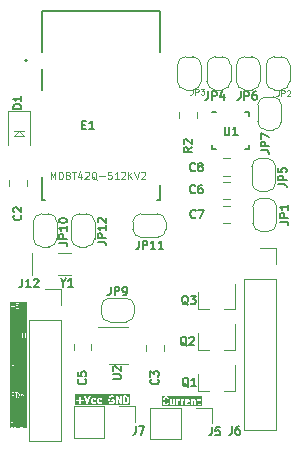
<source format=gbr>
%TF.GenerationSoftware,KiCad,Pcbnew,8.0.3*%
%TF.CreationDate,2024-07-06T18:06:20+05:30*%
%TF.ProjectId,nrf528_board,6e726635-3238-45f6-926f-6172642e6b69,rev?*%
%TF.SameCoordinates,Original*%
%TF.FileFunction,Legend,Top*%
%TF.FilePolarity,Positive*%
%FSLAX46Y46*%
G04 Gerber Fmt 4.6, Leading zero omitted, Abs format (unit mm)*
G04 Created by KiCad (PCBNEW 8.0.3) date 2024-07-06 18:06:20*
%MOMM*%
%LPD*%
G01*
G04 APERTURE LIST*
%ADD10C,0.150000*%
%ADD11C,0.100000*%
%ADD12C,0.130000*%
%ADD13C,0.125000*%
%ADD14C,0.120000*%
%ADD15C,0.127000*%
%ADD16C,0.200000*%
G04 APERTURE END LIST*
D10*
G36*
X137898950Y-74977389D02*
G01*
X137773131Y-75002832D01*
X137773118Y-74997995D01*
X137782813Y-74978174D01*
X137801390Y-74968683D01*
X137880315Y-74968274D01*
X137898950Y-74977389D01*
G37*
G36*
X139076614Y-75443771D02*
G01*
X135662969Y-75443771D01*
X135662969Y-74950914D01*
X135737969Y-74950914D01*
X135738560Y-75038978D01*
X135738457Y-75045166D01*
X135738608Y-75045999D01*
X135738611Y-75046417D01*
X135738836Y-75047260D01*
X135740208Y-75054818D01*
X135769253Y-75168563D01*
X135770655Y-75175412D01*
X135771539Y-75177514D01*
X135771777Y-75178445D01*
X135772412Y-75179588D01*
X135774459Y-75184455D01*
X135800422Y-75235270D01*
X135800821Y-75236758D01*
X135803962Y-75242198D01*
X135807982Y-75250066D01*
X135809480Y-75251755D01*
X135810611Y-75253714D01*
X135817079Y-75261090D01*
X135873937Y-75317148D01*
X135878115Y-75321859D01*
X135879932Y-75323058D01*
X135881598Y-75324701D01*
X135888148Y-75328483D01*
X135894455Y-75332647D01*
X135897533Y-75333902D01*
X135898553Y-75334491D01*
X135899788Y-75334822D01*
X135903538Y-75336351D01*
X135982776Y-75362200D01*
X135984268Y-75363062D01*
X135990691Y-75364783D01*
X135998741Y-75367409D01*
X136000998Y-75367544D01*
X136003180Y-75368129D01*
X136012969Y-75368771D01*
X136063356Y-75368287D01*
X136064795Y-75368582D01*
X136070904Y-75368215D01*
X136079901Y-75368129D01*
X136082082Y-75367544D01*
X136084339Y-75367409D01*
X136093829Y-75364922D01*
X136178339Y-75336149D01*
X136184527Y-75334491D01*
X136186419Y-75333398D01*
X136188626Y-75332647D01*
X136194932Y-75328483D01*
X136201483Y-75324701D01*
X136203989Y-75322503D01*
X136204965Y-75321859D01*
X136205808Y-75320908D01*
X136208859Y-75318233D01*
X136243899Y-75282285D01*
X136253689Y-75265329D01*
X136258757Y-75246418D01*
X136258757Y-75226838D01*
X136253689Y-75207926D01*
X136243899Y-75190971D01*
X136230055Y-75177127D01*
X136213100Y-75167337D01*
X136194188Y-75162269D01*
X136174608Y-75162269D01*
X136155697Y-75167337D01*
X136138741Y-75177127D01*
X136131365Y-75183595D01*
X136115744Y-75199620D01*
X136059188Y-75218875D01*
X136026178Y-75219192D01*
X135968244Y-75200292D01*
X135932213Y-75164769D01*
X135912764Y-75126703D01*
X135887920Y-75029411D01*
X135887467Y-74962003D01*
X135904161Y-74893771D01*
X136366541Y-74893771D01*
X136367159Y-75206203D01*
X136366730Y-75213373D01*
X136367178Y-75215564D01*
X136367183Y-75217846D01*
X136369139Y-75225147D01*
X136370655Y-75232555D01*
X136371946Y-75235625D01*
X136372250Y-75236758D01*
X136372887Y-75237862D01*
X136374459Y-75241598D01*
X136401514Y-75294551D01*
X136402665Y-75298002D01*
X136405373Y-75302104D01*
X136407982Y-75307209D01*
X136410969Y-75310577D01*
X136413454Y-75314341D01*
X136417438Y-75317874D01*
X136420972Y-75321859D01*
X136424735Y-75324343D01*
X136428103Y-75327330D01*
X136436571Y-75332282D01*
X136437289Y-75332633D01*
X136437310Y-75332647D01*
X136437332Y-75332654D01*
X136493326Y-75360043D01*
X136498554Y-75363062D01*
X136500637Y-75363620D01*
X136502757Y-75364657D01*
X136510164Y-75366172D01*
X136517466Y-75368129D01*
X136520790Y-75368347D01*
X136521939Y-75368582D01*
X136523210Y-75368505D01*
X136527255Y-75368771D01*
X136611943Y-75368201D01*
X136618285Y-75368582D01*
X136620422Y-75368144D01*
X136622758Y-75368129D01*
X136630059Y-75366172D01*
X136637467Y-75364657D01*
X136640537Y-75363365D01*
X136641670Y-75363062D01*
X136642774Y-75362424D01*
X136646510Y-75360853D01*
X136656932Y-75355527D01*
X136669983Y-75363062D01*
X136688895Y-75368129D01*
X136708473Y-75368129D01*
X136727385Y-75363062D01*
X136744341Y-75353273D01*
X136758186Y-75339428D01*
X136767975Y-75322472D01*
X136773042Y-75303560D01*
X136773684Y-75293771D01*
X136773057Y-74893771D01*
X136909398Y-74893771D01*
X136910040Y-75303560D01*
X136915107Y-75322472D01*
X136924896Y-75339428D01*
X136938741Y-75353273D01*
X136955697Y-75363062D01*
X136974609Y-75368129D01*
X136994187Y-75368129D01*
X137013099Y-75363062D01*
X137030055Y-75353273D01*
X137043900Y-75339428D01*
X137053689Y-75322472D01*
X137058756Y-75303560D01*
X137059398Y-75293771D01*
X137058978Y-75026267D01*
X137073820Y-74995925D01*
X137085194Y-74984257D01*
X137115825Y-74968606D01*
X137165615Y-74968129D01*
X137184527Y-74963062D01*
X137201483Y-74953273D01*
X137215328Y-74939428D01*
X137225117Y-74922472D01*
X137230184Y-74903560D01*
X137230184Y-74893771D01*
X137280827Y-74893771D01*
X137281469Y-75303560D01*
X137286536Y-75322472D01*
X137296325Y-75339428D01*
X137310170Y-75353273D01*
X137327126Y-75363062D01*
X137346038Y-75368129D01*
X137365616Y-75368129D01*
X137384528Y-75363062D01*
X137401484Y-75353273D01*
X137415329Y-75339428D01*
X137425118Y-75322472D01*
X137430185Y-75303560D01*
X137430827Y-75293771D01*
X137430407Y-75026267D01*
X137445249Y-74995925D01*
X137456623Y-74984257D01*
X137465962Y-74979485D01*
X137623684Y-74979485D01*
X137623999Y-75096444D01*
X137623850Y-75098755D01*
X137624007Y-75099541D01*
X137624295Y-75206337D01*
X137623873Y-75213374D01*
X137624319Y-75215557D01*
X137624326Y-75217846D01*
X137626284Y-75225154D01*
X137627799Y-75232556D01*
X137629088Y-75235622D01*
X137629393Y-75236758D01*
X137630031Y-75237863D01*
X137631602Y-75241598D01*
X137658659Y-75294554D01*
X137659809Y-75298002D01*
X137662515Y-75302100D01*
X137665126Y-75307210D01*
X137668115Y-75310580D01*
X137670598Y-75314341D01*
X137674581Y-75317873D01*
X137678116Y-75321859D01*
X137681878Y-75324343D01*
X137685247Y-75327330D01*
X137693715Y-75332282D01*
X137694437Y-75332635D01*
X137694455Y-75332647D01*
X137694474Y-75332653D01*
X137750470Y-75360043D01*
X137755698Y-75363062D01*
X137757781Y-75363620D01*
X137759901Y-75364657D01*
X137767308Y-75366172D01*
X137774610Y-75368129D01*
X137777934Y-75368347D01*
X137779083Y-75368582D01*
X137780354Y-75368505D01*
X137784399Y-75368771D01*
X137897401Y-75368186D01*
X137904000Y-75368582D01*
X137906155Y-75368140D01*
X137908473Y-75368129D01*
X137915774Y-75366172D01*
X137923182Y-75364657D01*
X137926252Y-75363365D01*
X137927385Y-75363062D01*
X137928489Y-75362424D01*
X137932225Y-75360853D01*
X137997836Y-75327330D01*
X138012486Y-75314340D01*
X138023274Y-75298002D01*
X138029466Y-75279427D01*
X138030639Y-75259883D01*
X138026713Y-75240702D01*
X138017958Y-75223191D01*
X138004968Y-75208541D01*
X137988630Y-75197753D01*
X137970055Y-75191561D01*
X137950511Y-75190389D01*
X137931329Y-75194314D01*
X137922287Y-75198118D01*
X137881692Y-75218858D01*
X137802767Y-75219267D01*
X137783088Y-75209641D01*
X137773638Y-75191146D01*
X137773541Y-75155151D01*
X137991945Y-75110986D01*
X137994188Y-75110986D01*
X138001092Y-75109136D01*
X138008580Y-75107622D01*
X138010752Y-75106547D01*
X138013100Y-75105919D01*
X138019510Y-75102218D01*
X138026131Y-75098945D01*
X138027951Y-75097344D01*
X138030056Y-75096130D01*
X138035291Y-75090894D01*
X138040838Y-75086020D01*
X138042182Y-75084003D01*
X138043901Y-75082285D01*
X138047602Y-75075874D01*
X138051699Y-75069729D01*
X138052476Y-75067431D01*
X138053690Y-75065329D01*
X138055603Y-75058187D01*
X138057973Y-75051183D01*
X138058129Y-75048760D01*
X138058757Y-75046417D01*
X138059399Y-75036628D01*
X138058856Y-74980063D01*
X138059210Y-74974168D01*
X138058779Y-74972065D01*
X138058757Y-74969696D01*
X138056798Y-74962387D01*
X138055284Y-74954986D01*
X138053993Y-74951918D01*
X138053690Y-74950784D01*
X138053052Y-74949679D01*
X138051481Y-74945943D01*
X138024824Y-74893771D01*
X138166542Y-74893771D01*
X138167184Y-75303560D01*
X138172251Y-75322472D01*
X138182040Y-75339428D01*
X138195885Y-75353273D01*
X138212841Y-75363062D01*
X138231753Y-75368129D01*
X138251331Y-75368129D01*
X138270243Y-75363062D01*
X138287199Y-75353273D01*
X138301044Y-75339428D01*
X138310833Y-75322472D01*
X138315900Y-75303560D01*
X138316542Y-75293771D01*
X138316055Y-74983087D01*
X138344300Y-74968656D01*
X138394689Y-74968317D01*
X138414280Y-74977900D01*
X138423718Y-74996371D01*
X138424327Y-75303560D01*
X138429394Y-75322472D01*
X138439183Y-75339428D01*
X138453028Y-75353273D01*
X138469984Y-75363062D01*
X138488896Y-75368129D01*
X138508474Y-75368129D01*
X138527386Y-75363062D01*
X138544342Y-75353273D01*
X138558187Y-75339428D01*
X138567976Y-75322472D01*
X138573043Y-75303560D01*
X138573685Y-75293771D01*
X138573066Y-74981337D01*
X138573496Y-74974168D01*
X138573047Y-74971976D01*
X138573043Y-74969696D01*
X138571084Y-74962387D01*
X138569570Y-74954986D01*
X138568279Y-74951918D01*
X138567976Y-74950784D01*
X138567338Y-74949679D01*
X138565767Y-74945943D01*
X138538709Y-74892986D01*
X138537560Y-74889540D01*
X138534853Y-74885441D01*
X138534108Y-74883982D01*
X138624326Y-74883982D01*
X138624326Y-74903560D01*
X138629393Y-74922472D01*
X138639182Y-74939428D01*
X138653027Y-74953273D01*
X138669983Y-74963062D01*
X138688895Y-74968129D01*
X138698684Y-74968771D01*
X138709735Y-74968741D01*
X138710026Y-75206060D01*
X138709588Y-75213373D01*
X138710038Y-75215573D01*
X138710041Y-75217846D01*
X138711997Y-75225147D01*
X138713513Y-75232555D01*
X138714804Y-75235625D01*
X138715108Y-75236758D01*
X138715745Y-75237862D01*
X138717317Y-75241598D01*
X138744372Y-75294551D01*
X138745523Y-75298002D01*
X138748231Y-75302104D01*
X138750840Y-75307209D01*
X138753827Y-75310577D01*
X138756312Y-75314341D01*
X138760296Y-75317874D01*
X138763830Y-75321859D01*
X138767593Y-75324343D01*
X138770961Y-75327330D01*
X138779429Y-75332282D01*
X138780147Y-75332633D01*
X138780168Y-75332647D01*
X138780190Y-75332654D01*
X138836184Y-75360043D01*
X138841412Y-75363062D01*
X138843495Y-75363620D01*
X138845615Y-75364657D01*
X138853022Y-75366172D01*
X138860324Y-75368129D01*
X138863648Y-75368347D01*
X138864797Y-75368582D01*
X138866068Y-75368505D01*
X138870113Y-75368771D01*
X138937045Y-75368129D01*
X138955957Y-75363062D01*
X138972913Y-75353273D01*
X138986758Y-75339428D01*
X138996547Y-75322472D01*
X139001614Y-75303560D01*
X139001614Y-75283982D01*
X138996547Y-75265070D01*
X138986758Y-75248114D01*
X138972913Y-75234269D01*
X138955957Y-75224480D01*
X138937045Y-75219413D01*
X138927256Y-75218771D01*
X138888232Y-75219145D01*
X138868801Y-75209641D01*
X138859378Y-75191197D01*
X138859105Y-74968338D01*
X138937045Y-74968129D01*
X138955957Y-74963062D01*
X138972913Y-74953273D01*
X138986758Y-74939428D01*
X138996547Y-74922472D01*
X139001614Y-74903560D01*
X139001614Y-74883982D01*
X138996547Y-74865070D01*
X138986758Y-74848114D01*
X138972913Y-74834269D01*
X138955957Y-74824480D01*
X138937045Y-74819413D01*
X138927256Y-74818771D01*
X138858922Y-74818955D01*
X138858757Y-74683982D01*
X138853690Y-74665070D01*
X138843901Y-74648114D01*
X138830056Y-74634269D01*
X138813100Y-74624480D01*
X138794188Y-74619413D01*
X138774610Y-74619413D01*
X138755698Y-74624480D01*
X138738742Y-74634269D01*
X138724897Y-74648114D01*
X138715108Y-74665070D01*
X138710041Y-74683982D01*
X138709399Y-74693771D01*
X138709552Y-74819357D01*
X138688895Y-74819413D01*
X138669983Y-74824480D01*
X138653027Y-74834269D01*
X138639182Y-74848114D01*
X138629393Y-74865070D01*
X138624326Y-74883982D01*
X138534108Y-74883982D01*
X138532243Y-74880332D01*
X138529254Y-74876962D01*
X138526772Y-74873202D01*
X138522787Y-74869669D01*
X138519253Y-74865683D01*
X138515490Y-74863198D01*
X138512122Y-74860212D01*
X138503654Y-74855260D01*
X138502931Y-74854906D01*
X138502914Y-74854895D01*
X138502894Y-74854888D01*
X138446898Y-74827498D01*
X138441671Y-74824480D01*
X138439587Y-74823921D01*
X138437468Y-74822885D01*
X138430060Y-74821369D01*
X138422759Y-74819413D01*
X138419434Y-74819194D01*
X138418286Y-74818960D01*
X138417014Y-74819036D01*
X138412970Y-74818771D01*
X138328281Y-74819340D01*
X138321940Y-74818960D01*
X138319802Y-74819397D01*
X138317467Y-74819413D01*
X138310165Y-74821369D01*
X138302758Y-74822885D01*
X138299688Y-74824176D01*
X138298555Y-74824480D01*
X138297448Y-74825118D01*
X138293716Y-74826689D01*
X138283293Y-74832014D01*
X138270243Y-74824480D01*
X138251331Y-74819413D01*
X138231753Y-74819413D01*
X138212841Y-74824480D01*
X138195885Y-74834269D01*
X138182040Y-74848114D01*
X138172251Y-74865070D01*
X138167184Y-74883982D01*
X138166542Y-74893771D01*
X138024824Y-74893771D01*
X138024423Y-74892986D01*
X138023274Y-74889540D01*
X138020567Y-74885441D01*
X138017957Y-74880332D01*
X138014968Y-74876962D01*
X138012486Y-74873202D01*
X138008501Y-74869669D01*
X138004967Y-74865683D01*
X138001204Y-74863198D01*
X137997836Y-74860212D01*
X137989368Y-74855260D01*
X137988645Y-74854906D01*
X137988628Y-74854895D01*
X137988608Y-74854888D01*
X137932612Y-74827498D01*
X137927385Y-74824480D01*
X137925301Y-74823921D01*
X137923182Y-74822885D01*
X137915774Y-74821369D01*
X137908473Y-74819413D01*
X137905148Y-74819194D01*
X137904000Y-74818960D01*
X137902728Y-74819036D01*
X137898684Y-74818771D01*
X137785681Y-74819355D01*
X137779083Y-74818960D01*
X137776927Y-74819401D01*
X137774610Y-74819413D01*
X137767308Y-74821369D01*
X137759901Y-74822885D01*
X137756831Y-74824176D01*
X137755698Y-74824480D01*
X137754591Y-74825118D01*
X137750859Y-74826689D01*
X137697903Y-74853745D01*
X137694455Y-74854895D01*
X137690354Y-74857602D01*
X137685247Y-74860212D01*
X137681878Y-74863198D01*
X137678116Y-74865683D01*
X137674581Y-74869668D01*
X137670598Y-74873201D01*
X137668115Y-74876961D01*
X137665126Y-74880332D01*
X137660174Y-74888801D01*
X137659822Y-74889519D01*
X137659809Y-74889540D01*
X137659801Y-74889562D01*
X137632414Y-74945549D01*
X137629393Y-74950784D01*
X137628834Y-74952869D01*
X137627799Y-74954986D01*
X137626284Y-74962387D01*
X137624326Y-74969696D01*
X137624108Y-74973019D01*
X137623873Y-74974168D01*
X137623949Y-74975440D01*
X137623684Y-74979485D01*
X137465962Y-74979485D01*
X137487254Y-74968606D01*
X137537044Y-74968129D01*
X137555956Y-74963062D01*
X137572912Y-74953273D01*
X137586757Y-74939428D01*
X137596546Y-74922472D01*
X137601613Y-74903560D01*
X137601613Y-74883982D01*
X137596546Y-74865070D01*
X137586757Y-74848114D01*
X137572912Y-74834269D01*
X137555956Y-74824480D01*
X137537044Y-74819413D01*
X137527255Y-74818771D01*
X137470690Y-74819313D01*
X137464795Y-74818960D01*
X137462692Y-74819390D01*
X137460323Y-74819413D01*
X137453022Y-74821369D01*
X137445614Y-74822885D01*
X137442543Y-74824176D01*
X137441411Y-74824480D01*
X137440306Y-74825117D01*
X137436571Y-74826689D01*
X137408332Y-74841117D01*
X137401484Y-74834269D01*
X137384528Y-74824480D01*
X137365616Y-74819413D01*
X137346038Y-74819413D01*
X137327126Y-74824480D01*
X137310170Y-74834269D01*
X137296325Y-74848114D01*
X137286536Y-74865070D01*
X137281469Y-74883982D01*
X137280827Y-74893771D01*
X137230184Y-74893771D01*
X137230184Y-74883982D01*
X137225117Y-74865070D01*
X137215328Y-74848114D01*
X137201483Y-74834269D01*
X137184527Y-74824480D01*
X137165615Y-74819413D01*
X137155826Y-74818771D01*
X137099261Y-74819313D01*
X137093366Y-74818960D01*
X137091263Y-74819390D01*
X137088894Y-74819413D01*
X137081593Y-74821369D01*
X137074185Y-74822885D01*
X137071114Y-74824176D01*
X137069982Y-74824480D01*
X137068877Y-74825117D01*
X137065142Y-74826689D01*
X137036903Y-74841117D01*
X137030055Y-74834269D01*
X137013099Y-74824480D01*
X136994187Y-74819413D01*
X136974609Y-74819413D01*
X136955697Y-74824480D01*
X136938741Y-74834269D01*
X136924896Y-74848114D01*
X136915107Y-74865070D01*
X136910040Y-74883982D01*
X136909398Y-74893771D01*
X136773057Y-74893771D01*
X136773042Y-74883982D01*
X136767975Y-74865070D01*
X136758186Y-74848114D01*
X136744341Y-74834269D01*
X136727385Y-74824480D01*
X136708473Y-74819413D01*
X136688895Y-74819413D01*
X136669983Y-74824480D01*
X136653027Y-74834269D01*
X136639182Y-74848114D01*
X136629393Y-74865070D01*
X136624326Y-74883982D01*
X136623684Y-74893771D01*
X136624170Y-75204454D01*
X136595925Y-75218885D01*
X136545535Y-75219224D01*
X136525943Y-75209641D01*
X136516507Y-75191171D01*
X136515899Y-74883982D01*
X136510832Y-74865070D01*
X136501043Y-74848114D01*
X136487198Y-74834269D01*
X136470242Y-74824480D01*
X136451330Y-74819413D01*
X136431752Y-74819413D01*
X136412840Y-74824480D01*
X136395884Y-74834269D01*
X136382039Y-74848114D01*
X136372250Y-74865070D01*
X136367183Y-74883982D01*
X136366541Y-74893771D01*
X135904161Y-74893771D01*
X135911249Y-74864799D01*
X135930875Y-74824677D01*
X135967001Y-74788035D01*
X136023892Y-74768666D01*
X136056901Y-74768349D01*
X136115045Y-74787317D01*
X136138741Y-74810415D01*
X136155697Y-74820205D01*
X136174608Y-74825273D01*
X136194188Y-74825273D01*
X136213100Y-74820205D01*
X136230055Y-74810415D01*
X136243899Y-74796571D01*
X136253689Y-74779616D01*
X136258757Y-74760704D01*
X136258757Y-74741124D01*
X136253689Y-74722213D01*
X136243899Y-74705257D01*
X136237431Y-74697881D01*
X136208577Y-74669756D01*
X136204965Y-74665683D01*
X136203209Y-74664523D01*
X136201483Y-74662841D01*
X136194932Y-74659058D01*
X136188626Y-74654895D01*
X136185544Y-74653638D01*
X136184527Y-74653051D01*
X136183291Y-74652719D01*
X136179542Y-74651191D01*
X136100305Y-74625341D01*
X136098813Y-74624480D01*
X136092383Y-74622757D01*
X136084339Y-74620133D01*
X136082082Y-74619997D01*
X136079901Y-74619413D01*
X136070112Y-74618771D01*
X136019723Y-74619254D01*
X136018285Y-74618960D01*
X136012174Y-74619326D01*
X136003180Y-74619413D01*
X136000998Y-74619997D01*
X135998741Y-74620133D01*
X135989252Y-74622620D01*
X135904739Y-74651393D01*
X135898553Y-74653051D01*
X135896658Y-74654144D01*
X135894455Y-74654895D01*
X135888148Y-74659058D01*
X135881598Y-74662841D01*
X135879094Y-74665036D01*
X135878115Y-74665683D01*
X135877268Y-74666637D01*
X135874222Y-74669309D01*
X135822365Y-74721906D01*
X135820972Y-74722826D01*
X135816628Y-74727725D01*
X135810611Y-74733828D01*
X135809480Y-74735786D01*
X135807982Y-74737476D01*
X135803030Y-74745944D01*
X135774818Y-74803617D01*
X135771777Y-74809097D01*
X135771087Y-74811245D01*
X135770655Y-74812130D01*
X135770392Y-74813410D01*
X135768780Y-74818438D01*
X135740362Y-74934587D01*
X135738611Y-74941125D01*
X135738555Y-74941974D01*
X135738457Y-74942376D01*
X135738471Y-74943249D01*
X135737969Y-74950914D01*
X135662969Y-74950914D01*
X135662969Y-74543771D01*
X139076614Y-74543771D01*
X139076614Y-75443771D01*
G37*
D11*
G36*
X123440493Y-74302353D02*
G01*
X123466903Y-74307248D01*
X123490342Y-74315405D01*
X123513932Y-74329046D01*
X123533478Y-74347128D01*
X123538329Y-74353188D01*
X123551003Y-74374475D01*
X123560860Y-74400426D01*
X123566923Y-74425613D01*
X123571031Y-74454038D01*
X123572908Y-74479109D01*
X123573534Y-74506252D01*
X123573494Y-74513233D01*
X123572538Y-74539867D01*
X123570308Y-74564440D01*
X123565727Y-74592258D01*
X123559154Y-74616856D01*
X123548639Y-74642124D01*
X123532745Y-74665743D01*
X123530155Y-74668620D01*
X123509718Y-74686206D01*
X123485249Y-74699315D01*
X123461066Y-74706988D01*
X123433921Y-74711373D01*
X123409036Y-74712515D01*
X123403189Y-74712444D01*
X123377896Y-74709584D01*
X123377896Y-74300722D01*
X123411113Y-74300722D01*
X123440493Y-74302353D01*
G37*
G36*
X123932937Y-74557421D02*
G01*
X123814724Y-74557421D01*
X123871388Y-74373140D01*
X123932937Y-74557421D01*
G37*
G36*
X123997367Y-69262353D02*
G01*
X124023777Y-69267248D01*
X124047215Y-69275405D01*
X124070806Y-69289046D01*
X124090352Y-69307128D01*
X124095202Y-69313188D01*
X124107876Y-69334475D01*
X124117734Y-69360426D01*
X124123797Y-69385613D01*
X124127904Y-69414038D01*
X124129782Y-69439109D01*
X124130408Y-69466252D01*
X124130368Y-69473233D01*
X124129412Y-69499867D01*
X124127181Y-69524440D01*
X124122601Y-69552258D01*
X124116028Y-69576856D01*
X124105512Y-69602124D01*
X124089619Y-69625743D01*
X124087029Y-69628620D01*
X124066592Y-69646206D01*
X124042122Y-69659315D01*
X124017940Y-69666988D01*
X123990794Y-69671373D01*
X123965910Y-69672515D01*
X123960062Y-69672444D01*
X123934769Y-69669584D01*
X123934769Y-69260722D01*
X123967986Y-69260722D01*
X123997367Y-69262353D01*
G37*
G36*
X124256306Y-77320556D02*
G01*
X122836907Y-77320556D01*
X122836907Y-76814005D01*
X122892463Y-76814005D01*
X122912224Y-76817134D01*
X122936528Y-76823282D01*
X122960973Y-76833300D01*
X122960973Y-77219204D01*
X122946254Y-77226556D01*
X122922512Y-77234015D01*
X122896615Y-77238499D01*
X122892463Y-77265000D01*
X123087613Y-77265000D01*
X123091154Y-77238499D01*
X123072586Y-77235614D01*
X123047611Y-77229569D01*
X123023255Y-77219204D01*
X123023255Y-76833300D01*
X123038755Y-76825997D01*
X123062337Y-76818544D01*
X123086880Y-76814005D01*
X123118998Y-76814005D01*
X123138767Y-76817134D01*
X123163107Y-76823282D01*
X123187630Y-76833300D01*
X123187630Y-77219204D01*
X123172912Y-77226556D01*
X123149170Y-77234015D01*
X123123272Y-77238499D01*
X123118998Y-77265000D01*
X123298517Y-77265000D01*
X123301325Y-77238499D01*
X123283060Y-77235614D01*
X123258491Y-77229569D01*
X123234525Y-77219204D01*
X123234525Y-76896926D01*
X123469242Y-77265000D01*
X123500261Y-77265000D01*
X123500261Y-76833300D01*
X123515819Y-76825701D01*
X123539659Y-76818214D01*
X123564619Y-76814005D01*
X123564719Y-76812903D01*
X123568161Y-76788237D01*
X123609193Y-76788237D01*
X123609193Y-76908039D01*
X123620307Y-76908649D01*
X123640457Y-76908649D01*
X123640852Y-76896926D01*
X123644629Y-76871887D01*
X123652405Y-76848703D01*
X123665736Y-76825118D01*
X123677995Y-76823852D01*
X123704857Y-76821963D01*
X123731704Y-76820997D01*
X123757693Y-76820722D01*
X123757693Y-77219204D01*
X123743694Y-77226556D01*
X123720369Y-77234015D01*
X123694312Y-77238499D01*
X123690038Y-77265000D01*
X123883478Y-77265000D01*
X123883612Y-77263190D01*
X123886898Y-77238499D01*
X123866549Y-77235141D01*
X123842508Y-77228928D01*
X123819975Y-77219204D01*
X123819975Y-76820722D01*
X123834250Y-76820847D01*
X123859766Y-76821704D01*
X123885049Y-76823371D01*
X123910101Y-76825851D01*
X123915919Y-76835940D01*
X123925374Y-76859176D01*
X123931396Y-76883576D01*
X123934769Y-76908039D01*
X123950034Y-76908649D01*
X123964811Y-76908649D01*
X123964811Y-76786772D01*
X123953939Y-76787194D01*
X123927353Y-76787721D01*
X123899990Y-76787996D01*
X123872327Y-76788146D01*
X123847015Y-76788215D01*
X123818876Y-76788237D01*
X123804218Y-76788237D01*
X123775523Y-76788237D01*
X123747657Y-76788237D01*
X123720618Y-76788237D01*
X123694408Y-76788237D01*
X123669026Y-76788237D01*
X123638463Y-76788237D01*
X123609193Y-76788237D01*
X123568161Y-76788237D01*
X123390718Y-76788237D01*
X123390545Y-76789305D01*
X123387299Y-76814005D01*
X123407136Y-76817409D01*
X123430798Y-76823635D01*
X123453367Y-76833300D01*
X123453367Y-77128468D01*
X123236601Y-76788237D01*
X123122540Y-76788237D01*
X123122440Y-76789354D01*
X123118998Y-76814005D01*
X123086880Y-76814005D01*
X123087054Y-76812945D01*
X123090422Y-76788237D01*
X122895882Y-76788237D01*
X122895797Y-76789354D01*
X122892463Y-76814005D01*
X122836907Y-76814005D01*
X122836907Y-74597965D01*
X122910170Y-74597965D01*
X122910170Y-74714958D01*
X122920810Y-74721331D01*
X122943374Y-74731004D01*
X122967568Y-74738527D01*
X122984042Y-74742572D01*
X123010380Y-74747194D01*
X123036200Y-74748907D01*
X123058256Y-74748052D01*
X123082802Y-74744766D01*
X123108791Y-74737818D01*
X123131929Y-74727515D01*
X123152215Y-74713859D01*
X123154875Y-74711636D01*
X123173113Y-74692143D01*
X123185947Y-74669596D01*
X123193377Y-74643996D01*
X123195446Y-74619092D01*
X123193240Y-74594484D01*
X123185716Y-74569812D01*
X123172854Y-74547651D01*
X123157791Y-74529786D01*
X123139046Y-74512945D01*
X123118021Y-74499047D01*
X123097935Y-74487829D01*
X123075814Y-74475848D01*
X123053663Y-74464242D01*
X123038200Y-74455465D01*
X123017237Y-74440753D01*
X122998953Y-74424187D01*
X122993658Y-74418214D01*
X122980685Y-74395567D01*
X122976360Y-74370209D01*
X122976446Y-74366436D01*
X122982530Y-74340907D01*
X122998220Y-74320261D01*
X123006953Y-74313621D01*
X123031136Y-74303469D01*
X123056106Y-74300722D01*
X123066967Y-74301229D01*
X123091496Y-74307291D01*
X123111915Y-74321482D01*
X123126417Y-74343109D01*
X123135433Y-74366355D01*
X123141957Y-74392191D01*
X123155635Y-74394267D01*
X123171510Y-74392191D01*
X123181769Y-74296936D01*
X123170958Y-74291685D01*
X123247714Y-74291685D01*
X123268261Y-74294898D01*
X123292625Y-74300837D01*
X123315614Y-74310125D01*
X123315614Y-74702379D01*
X123300375Y-74709344D01*
X123299507Y-74709584D01*
X123276515Y-74715938D01*
X123251988Y-74719965D01*
X123248447Y-74745000D01*
X123396702Y-74745000D01*
X123674040Y-74745000D01*
X123836339Y-74745000D01*
X123839148Y-74718255D01*
X123820580Y-74715364D01*
X123795605Y-74709286D01*
X123771249Y-74698838D01*
X123803489Y-74589905D01*
X123944905Y-74589905D01*
X123980565Y-74698838D01*
X123965846Y-74706249D01*
X123942104Y-74713757D01*
X123916207Y-74718255D01*
X123912665Y-74745000D01*
X124087665Y-74745000D01*
X124090474Y-74718499D01*
X124066038Y-74712149D01*
X124044312Y-74700669D01*
X123900087Y-74268237D01*
X123858077Y-74268237D01*
X123770406Y-74557421D01*
X123727163Y-74700059D01*
X123724836Y-74701719D01*
X123702480Y-74712565D01*
X123677459Y-74718499D01*
X123674040Y-74745000D01*
X123396702Y-74745000D01*
X123404478Y-74744944D01*
X123434318Y-74743622D01*
X123462140Y-74740537D01*
X123487943Y-74735688D01*
X123511727Y-74729076D01*
X123538618Y-74718332D01*
X123562355Y-74704833D01*
X123582937Y-74688579D01*
X123586687Y-74684979D01*
X123603647Y-74664980D01*
X123617632Y-74641654D01*
X123628641Y-74615001D01*
X123635306Y-74591283D01*
X123640067Y-74565435D01*
X123642924Y-74537458D01*
X123643876Y-74507351D01*
X123642930Y-74477206D01*
X123640090Y-74449176D01*
X123635358Y-74423259D01*
X123626781Y-74393837D01*
X123615246Y-74367718D01*
X123600754Y-74344902D01*
X123583304Y-74325390D01*
X123579458Y-74321874D01*
X123558434Y-74305967D01*
X123534416Y-74292851D01*
X123507405Y-74282526D01*
X123483641Y-74276275D01*
X123457961Y-74271810D01*
X123430366Y-74269130D01*
X123400854Y-74268237D01*
X123251256Y-74268237D01*
X123247714Y-74291685D01*
X123170958Y-74291685D01*
X123158746Y-74285754D01*
X123132848Y-74277318D01*
X123108362Y-74272273D01*
X123081763Y-74269246D01*
X123053053Y-74268237D01*
X123049213Y-74268270D01*
X123023606Y-74270344D01*
X122997060Y-74276664D01*
X122973414Y-74287197D01*
X122952669Y-74301943D01*
X122939554Y-74315249D01*
X122924970Y-74337882D01*
X122916490Y-74363721D01*
X122914078Y-74389382D01*
X122916285Y-74413966D01*
X122923808Y-74438557D01*
X122936671Y-74460579D01*
X122951786Y-74478150D01*
X122970533Y-74494697D01*
X122991503Y-74508328D01*
X123011565Y-74519217D01*
X123033606Y-74530781D01*
X123055617Y-74541912D01*
X123071088Y-74550300D01*
X123092091Y-74564571D01*
X123110450Y-74580868D01*
X123118169Y-74589856D01*
X123129415Y-74611921D01*
X123133164Y-74637533D01*
X123132323Y-74649744D01*
X123124726Y-74673581D01*
X123109228Y-74693831D01*
X123094461Y-74704752D01*
X123070505Y-74713753D01*
X123044260Y-74716423D01*
X123019444Y-74714825D01*
X122994241Y-74709376D01*
X122971231Y-74700059D01*
X122969188Y-74695296D01*
X122960794Y-74670827D01*
X122954436Y-74644908D01*
X122949724Y-74619012D01*
X122946318Y-74594424D01*
X122935411Y-74594704D01*
X122910170Y-74597965D01*
X122836907Y-74597965D01*
X122836907Y-72077965D01*
X122910170Y-72077965D01*
X122910170Y-72194958D01*
X122920810Y-72201331D01*
X122943374Y-72211004D01*
X122967568Y-72218527D01*
X122984042Y-72222572D01*
X123010380Y-72227194D01*
X123036200Y-72228907D01*
X123058256Y-72228052D01*
X123082802Y-72224766D01*
X123108791Y-72217818D01*
X123131929Y-72207515D01*
X123152215Y-72193859D01*
X123154875Y-72191636D01*
X123173113Y-72172143D01*
X123185947Y-72149596D01*
X123193377Y-72123996D01*
X123195446Y-72099092D01*
X123193240Y-72074484D01*
X123185716Y-72049812D01*
X123172854Y-72027651D01*
X123157791Y-72009786D01*
X123139046Y-71992945D01*
X123133724Y-71989427D01*
X123260903Y-71989427D01*
X123261291Y-72011874D01*
X123263013Y-72040043D01*
X123266113Y-72066201D01*
X123271925Y-72096070D01*
X123279889Y-72122796D01*
X123290007Y-72146380D01*
X123304989Y-72170533D01*
X123316762Y-72184215D01*
X123337241Y-72201317D01*
X123361104Y-72214314D01*
X123388349Y-72223207D01*
X123413638Y-72227482D01*
X123441277Y-72228907D01*
X123456814Y-72228314D01*
X123483655Y-72224256D01*
X123509047Y-72216353D01*
X123532990Y-72204605D01*
X123546248Y-72196179D01*
X123566207Y-72181036D01*
X123572282Y-72175897D01*
X123589776Y-72158688D01*
X123564619Y-72131821D01*
X123553503Y-72144468D01*
X123534443Y-72159858D01*
X123512718Y-72172487D01*
X123490962Y-72181632D01*
X123466673Y-72187779D01*
X123442009Y-72189829D01*
X123418454Y-72187526D01*
X123395083Y-72179256D01*
X123373316Y-72162763D01*
X123357990Y-72141713D01*
X123348901Y-72121733D01*
X123341692Y-72097881D01*
X123336364Y-72070156D01*
X123333361Y-72044093D01*
X123331663Y-72015342D01*
X123331245Y-71990404D01*
X123331481Y-71971503D01*
X123332924Y-71942090D01*
X123335679Y-71915289D01*
X123340717Y-71886575D01*
X123347643Y-71861622D01*
X123358112Y-71837264D01*
X123371245Y-71817802D01*
X123389632Y-71801413D01*
X123414624Y-71790438D01*
X123440666Y-71787316D01*
X123444586Y-71787367D01*
X123469303Y-71790583D01*
X123491713Y-71800383D01*
X123501888Y-71809170D01*
X123511008Y-71832868D01*
X123508851Y-71848483D01*
X123497941Y-71870725D01*
X123498215Y-71871469D01*
X123513695Y-71890509D01*
X123516660Y-71892341D01*
X123541050Y-71898325D01*
X123549690Y-71897030D01*
X123569138Y-71881960D01*
X123577486Y-71866286D01*
X123581350Y-71842149D01*
X123581195Y-71837135D01*
X123574820Y-71811504D01*
X123560909Y-71791058D01*
X123541782Y-71774982D01*
X123540202Y-71774127D01*
X123649494Y-71774127D01*
X123669170Y-71777264D01*
X123693085Y-71783447D01*
X123716660Y-71793545D01*
X123716660Y-72181646D01*
X123704624Y-72187875D01*
X123679822Y-72195651D01*
X123653768Y-72199965D01*
X123649494Y-72225000D01*
X123962857Y-72225000D01*
X123962857Y-72104710D01*
X123948203Y-72102512D01*
X123936845Y-72104588D01*
X123935734Y-72110716D01*
X123929669Y-72136568D01*
X123920892Y-72161985D01*
X123908757Y-72185921D01*
X123778942Y-72185921D01*
X123778942Y-71793545D01*
X123794353Y-71786232D01*
X123817967Y-71778736D01*
X123842690Y-71774127D01*
X123846231Y-71748237D01*
X123653035Y-71748237D01*
X123652862Y-71749313D01*
X123649494Y-71774127D01*
X123540202Y-71774127D01*
X123517893Y-71762054D01*
X123493917Y-71754114D01*
X123467362Y-71749517D01*
X123442009Y-71748237D01*
X123425119Y-71748758D01*
X123398839Y-71751939D01*
X123370389Y-71759574D01*
X123345304Y-71771374D01*
X123323586Y-71787338D01*
X123305233Y-71807466D01*
X123292462Y-71827494D01*
X123281856Y-71850633D01*
X123273414Y-71876886D01*
X123267137Y-71906251D01*
X123263674Y-71931984D01*
X123261596Y-71959710D01*
X123260903Y-71989427D01*
X123133724Y-71989427D01*
X123118021Y-71979047D01*
X123097935Y-71967829D01*
X123075814Y-71955848D01*
X123053663Y-71944242D01*
X123038200Y-71935465D01*
X123017237Y-71920753D01*
X122998953Y-71904187D01*
X122993658Y-71898214D01*
X122980685Y-71875567D01*
X122976360Y-71850209D01*
X122976446Y-71846436D01*
X122982530Y-71820907D01*
X122998220Y-71800261D01*
X123006953Y-71793621D01*
X123031136Y-71783469D01*
X123056106Y-71780722D01*
X123066967Y-71781229D01*
X123091496Y-71787291D01*
X123111915Y-71801482D01*
X123126417Y-71823109D01*
X123135433Y-71846355D01*
X123141957Y-71872191D01*
X123155635Y-71874267D01*
X123171510Y-71872191D01*
X123181769Y-71776936D01*
X123158746Y-71765754D01*
X123132848Y-71757318D01*
X123108362Y-71752273D01*
X123081763Y-71749246D01*
X123053053Y-71748237D01*
X123049213Y-71748270D01*
X123023606Y-71750344D01*
X122997060Y-71756664D01*
X122973414Y-71767197D01*
X122952669Y-71781943D01*
X122939554Y-71795249D01*
X122924970Y-71817882D01*
X122916490Y-71843721D01*
X122914078Y-71869382D01*
X122916285Y-71893966D01*
X122923808Y-71918557D01*
X122936671Y-71940579D01*
X122951786Y-71958150D01*
X122970533Y-71974697D01*
X122991503Y-71988328D01*
X123011565Y-71999217D01*
X123033606Y-72010781D01*
X123055617Y-72021912D01*
X123071088Y-72030300D01*
X123092091Y-72044571D01*
X123110450Y-72060868D01*
X123118169Y-72069856D01*
X123129415Y-72091921D01*
X123133164Y-72117533D01*
X123132323Y-72129744D01*
X123124726Y-72153581D01*
X123109228Y-72173831D01*
X123094461Y-72184752D01*
X123070505Y-72193753D01*
X123044260Y-72196423D01*
X123019444Y-72194825D01*
X122994241Y-72189376D01*
X122971231Y-72180059D01*
X122969188Y-72175296D01*
X122960794Y-72150827D01*
X122954436Y-72124908D01*
X122949724Y-72099012D01*
X122946318Y-72074424D01*
X122935411Y-72074704D01*
X122910170Y-72077965D01*
X122836907Y-72077965D01*
X122836907Y-69469061D01*
X122914078Y-69469061D01*
X122914459Y-69490466D01*
X122916153Y-69517497D01*
X122919201Y-69542803D01*
X122924917Y-69572009D01*
X122932749Y-69598521D01*
X122942698Y-69622337D01*
X122957431Y-69647358D01*
X122960199Y-69651145D01*
X122979215Y-69671341D01*
X123002370Y-69687209D01*
X123024828Y-69697126D01*
X123050160Y-69704039D01*
X123078366Y-69707946D01*
X123103000Y-69708907D01*
X123118799Y-69708590D01*
X123144209Y-69706648D01*
X123173181Y-69701988D01*
X123200497Y-69694787D01*
X123226155Y-69685044D01*
X123250157Y-69672759D01*
X123250157Y-69478464D01*
X123118754Y-69478464D01*
X123116067Y-69507041D01*
X123137728Y-69509292D01*
X123163475Y-69513959D01*
X123187875Y-69521817D01*
X123187875Y-69643939D01*
X123176298Y-69651397D01*
X123153851Y-69661637D01*
X123129337Y-69667781D01*
X123102756Y-69669829D01*
X123085176Y-69668867D01*
X123058112Y-69662556D01*
X123035759Y-69650354D01*
X123018115Y-69632262D01*
X123005181Y-69608279D01*
X123000996Y-69596969D01*
X122993697Y-69571846D01*
X122988817Y-69545875D01*
X122986314Y-69522099D01*
X122984850Y-69495437D01*
X122984420Y-69468695D01*
X122984850Y-69441887D01*
X122986138Y-69417489D01*
X122988817Y-69391392D01*
X122990773Y-69379296D01*
X122996809Y-69353678D01*
X123005303Y-69328866D01*
X123008488Y-69321578D01*
X123022670Y-69299589D01*
X123041573Y-69283070D01*
X123052779Y-69276932D01*
X123076349Y-69269532D01*
X123101290Y-69267316D01*
X123109900Y-69267509D01*
X123134929Y-69270797D01*
X123158199Y-69279651D01*
X123169598Y-69287975D01*
X123179815Y-69311158D01*
X123177658Y-69326796D01*
X123166748Y-69349870D01*
X123182379Y-69369410D01*
X123185287Y-69371213D01*
X123209490Y-69377103D01*
X123217161Y-69376134D01*
X123237700Y-69361594D01*
X123247042Y-69343001D01*
X123250157Y-69318241D01*
X123249788Y-69311362D01*
X123241847Y-69287028D01*
X123226587Y-69267805D01*
X123208137Y-69254005D01*
X123319766Y-69254005D01*
X123339534Y-69257134D01*
X123363874Y-69263282D01*
X123388398Y-69273300D01*
X123388398Y-69659204D01*
X123373679Y-69666556D01*
X123349937Y-69674015D01*
X123324040Y-69678499D01*
X123319766Y-69705000D01*
X123499284Y-69705000D01*
X123502093Y-69678499D01*
X123483828Y-69675614D01*
X123459258Y-69669569D01*
X123435293Y-69659204D01*
X123435293Y-69336926D01*
X123670010Y-69705000D01*
X123701029Y-69705000D01*
X123701029Y-69273300D01*
X123716587Y-69265701D01*
X123740426Y-69258214D01*
X123765387Y-69254005D01*
X123765487Y-69252903D01*
X123765657Y-69251685D01*
X123804588Y-69251685D01*
X123825135Y-69254898D01*
X123849498Y-69260837D01*
X123872487Y-69270125D01*
X123872487Y-69662379D01*
X123857248Y-69669344D01*
X123856380Y-69669584D01*
X123833389Y-69675938D01*
X123808862Y-69679965D01*
X123805321Y-69705000D01*
X123953576Y-69705000D01*
X123961351Y-69704944D01*
X123991192Y-69703622D01*
X124019014Y-69700537D01*
X124044817Y-69695688D01*
X124068601Y-69689076D01*
X124095492Y-69678332D01*
X124119229Y-69664833D01*
X124139811Y-69648579D01*
X124143560Y-69644979D01*
X124160521Y-69624980D01*
X124174506Y-69601654D01*
X124185515Y-69575001D01*
X124192180Y-69551283D01*
X124196941Y-69525435D01*
X124199798Y-69497458D01*
X124200750Y-69467351D01*
X124199803Y-69437206D01*
X124196964Y-69409176D01*
X124192232Y-69383259D01*
X124183655Y-69353837D01*
X124172120Y-69327718D01*
X124157627Y-69304902D01*
X124140177Y-69285390D01*
X124136332Y-69281874D01*
X124115308Y-69265967D01*
X124091290Y-69252851D01*
X124064279Y-69242526D01*
X124040515Y-69236275D01*
X124014835Y-69231810D01*
X123987239Y-69229130D01*
X123957728Y-69228237D01*
X123808129Y-69228237D01*
X123804588Y-69251685D01*
X123765657Y-69251685D01*
X123768928Y-69228237D01*
X123591486Y-69228237D01*
X123591312Y-69229305D01*
X123588066Y-69254005D01*
X123607904Y-69257409D01*
X123631565Y-69263635D01*
X123654134Y-69273300D01*
X123654134Y-69568468D01*
X123437369Y-69228237D01*
X123323307Y-69228237D01*
X123323208Y-69229354D01*
X123319766Y-69254005D01*
X123208137Y-69254005D01*
X123205974Y-69252387D01*
X123181854Y-69240757D01*
X123158390Y-69233802D01*
X123132349Y-69229629D01*
X123103733Y-69228237D01*
X123079259Y-69229207D01*
X123051189Y-69233145D01*
X123025922Y-69240112D01*
X122999300Y-69252471D01*
X122976714Y-69269192D01*
X122958164Y-69290275D01*
X122945464Y-69310965D01*
X122934916Y-69334339D01*
X122926521Y-69360396D01*
X122920278Y-69389136D01*
X122916834Y-69414060D01*
X122914767Y-69440702D01*
X122914078Y-69469061D01*
X122836907Y-69469061D01*
X122836907Y-66966158D01*
X122921894Y-66966158D01*
X122921894Y-67005237D01*
X123046946Y-67005237D01*
X123046946Y-67130289D01*
X123086025Y-67130289D01*
X123086025Y-67098049D01*
X123325383Y-67098049D01*
X123329871Y-67123925D01*
X123343335Y-67146309D01*
X123363363Y-67163628D01*
X123365769Y-67165184D01*
X123389681Y-67176959D01*
X123414342Y-67184069D01*
X123438550Y-67187698D01*
X123465212Y-67188907D01*
X123480848Y-67188280D01*
X123506612Y-67184160D01*
X123530342Y-67176195D01*
X123552039Y-67164385D01*
X123571702Y-67148729D01*
X123581691Y-67138277D01*
X123595968Y-67118166D01*
X123606165Y-67095741D01*
X123612283Y-67071002D01*
X123614323Y-67043949D01*
X123614170Y-67035991D01*
X123611241Y-67009737D01*
X123604583Y-66985972D01*
X123592409Y-66961861D01*
X123575366Y-66941001D01*
X123570411Y-66936328D01*
X123548590Y-66920651D01*
X123523563Y-66909797D01*
X123499034Y-66904257D01*
X123472051Y-66902411D01*
X123445456Y-66903955D01*
X123419236Y-66908587D01*
X123395725Y-66915478D01*
X123395725Y-66877864D01*
X123650715Y-66877864D01*
X123658246Y-66879556D01*
X123682383Y-66888555D01*
X123700174Y-66907418D01*
X123801168Y-67185000D01*
X123848063Y-67185000D01*
X123954553Y-66898869D01*
X123955795Y-66896525D01*
X123976953Y-66884040D01*
X124001448Y-66877742D01*
X124003524Y-66856737D01*
X123870533Y-66856737D01*
X123868457Y-66877864D01*
X123887130Y-66882375D01*
X123910467Y-66893251D01*
X123836217Y-67117466D01*
X123761967Y-66893251D01*
X123780563Y-66883279D01*
X123805443Y-66877742D01*
X123807519Y-66856737D01*
X123650715Y-66856737D01*
X123650715Y-66877864D01*
X123395725Y-66877864D01*
X123395725Y-66762948D01*
X123581350Y-66762948D01*
X123587090Y-66718740D01*
X123572801Y-66708237D01*
X123554185Y-66708237D01*
X123529611Y-66708237D01*
X123504540Y-66708237D01*
X123480111Y-66708237D01*
X123465497Y-66708237D01*
X123439967Y-66708237D01*
X123414496Y-66708237D01*
X123389084Y-66708237D01*
X123363729Y-66708237D01*
X123348831Y-66718007D01*
X123348831Y-66939902D01*
X123371912Y-66963471D01*
X123389202Y-66953760D01*
X123411909Y-66943937D01*
X123436980Y-66937155D01*
X123461549Y-66934895D01*
X123486712Y-66937721D01*
X123509930Y-66947359D01*
X123528471Y-66963838D01*
X123535261Y-66973458D01*
X123545389Y-66996150D01*
X123550568Y-67020510D01*
X123552041Y-67045293D01*
X123551950Y-67051766D01*
X123549299Y-67078653D01*
X123542048Y-67104222D01*
X123528838Y-67127114D01*
X123510704Y-67143801D01*
X123488039Y-67153561D01*
X123463503Y-67156423D01*
X123461614Y-67156407D01*
X123436025Y-67152240D01*
X123414410Y-67139692D01*
X123400396Y-67120336D01*
X123395725Y-67095729D01*
X123396088Y-67090403D01*
X123403297Y-67066420D01*
X123392503Y-67059884D01*
X123368370Y-67054940D01*
X123358837Y-67055658D01*
X123336741Y-67066420D01*
X123331251Y-67073563D01*
X123325383Y-67098049D01*
X123086025Y-67098049D01*
X123086025Y-67005237D01*
X123211078Y-67005237D01*
X123211078Y-66966158D01*
X123086025Y-66966158D01*
X123086025Y-66841106D01*
X123046946Y-66841106D01*
X123046946Y-66966158D01*
X122921894Y-66966158D01*
X122836907Y-66966158D01*
X122836907Y-66652681D01*
X124256306Y-66652681D01*
X124256306Y-77320556D01*
G37*
D10*
G36*
X132675552Y-74687249D02*
G01*
X132711581Y-74722772D01*
X132731031Y-74760839D01*
X132755875Y-74858130D01*
X132756328Y-74925538D01*
X132732546Y-75022742D01*
X132712920Y-75062864D01*
X132676794Y-75099506D01*
X132620078Y-75118816D01*
X132562891Y-75119056D01*
X132562416Y-74668457D01*
X132617241Y-74668227D01*
X132675552Y-74687249D01*
G37*
G36*
X132980827Y-75343771D02*
G01*
X128367183Y-75343771D01*
X128367183Y-74955411D01*
X128442183Y-74955411D01*
X128442183Y-74974989D01*
X128447250Y-74993901D01*
X128457039Y-75010857D01*
X128470884Y-75024702D01*
X128487840Y-75034491D01*
X128506752Y-75039558D01*
X128516541Y-75040200D01*
X128670529Y-75039988D01*
X128670754Y-75203560D01*
X128675821Y-75222472D01*
X128685610Y-75239428D01*
X128699455Y-75253273D01*
X128716411Y-75263062D01*
X128735323Y-75268129D01*
X128754901Y-75268129D01*
X128773813Y-75263062D01*
X128790769Y-75253273D01*
X128804614Y-75239428D01*
X128814403Y-75222472D01*
X128819470Y-75203560D01*
X128820112Y-75193771D01*
X128819900Y-75039782D01*
X128983473Y-75039558D01*
X129002385Y-75034491D01*
X129019341Y-75024702D01*
X129033186Y-75010857D01*
X129042975Y-74993901D01*
X129048042Y-74974989D01*
X129048042Y-74955411D01*
X129042975Y-74936499D01*
X129033186Y-74919543D01*
X129019341Y-74905698D01*
X129002385Y-74895909D01*
X128983473Y-74890842D01*
X128973684Y-74890200D01*
X128819694Y-74890411D01*
X128819470Y-74726839D01*
X128814403Y-74707927D01*
X128804614Y-74690971D01*
X128790769Y-74677126D01*
X128773813Y-74667337D01*
X128754901Y-74662270D01*
X128735323Y-74662270D01*
X128716411Y-74667337D01*
X128699455Y-74677126D01*
X128685610Y-74690971D01*
X128675821Y-74707927D01*
X128670754Y-74726839D01*
X128670112Y-74736628D01*
X128670323Y-74890617D01*
X128506752Y-74890842D01*
X128487840Y-74895909D01*
X128470884Y-74905698D01*
X128457039Y-74919543D01*
X128447250Y-74936499D01*
X128442183Y-74955411D01*
X128367183Y-74955411D01*
X128367183Y-74588455D01*
X129098872Y-74588455D01*
X129100045Y-74607998D01*
X129102532Y-74617488D01*
X129301749Y-75213155D01*
X129302796Y-75218269D01*
X129304801Y-75222279D01*
X129306237Y-75226572D01*
X129309166Y-75231009D01*
X129311553Y-75235782D01*
X129314544Y-75239155D01*
X129317024Y-75242911D01*
X129321009Y-75246445D01*
X129324543Y-75250430D01*
X129328299Y-75252910D01*
X129331673Y-75255902D01*
X129336442Y-75258286D01*
X129340882Y-75261218D01*
X129345150Y-75262640D01*
X129349185Y-75264658D01*
X129354410Y-75265727D01*
X129359456Y-75267409D01*
X129363946Y-75267678D01*
X129368367Y-75268583D01*
X129373689Y-75268263D01*
X129378999Y-75268582D01*
X129383411Y-75267679D01*
X129387911Y-75267409D01*
X129392959Y-75265726D01*
X129398181Y-75264658D01*
X129402214Y-75262641D01*
X129406484Y-75261218D01*
X129410927Y-75258284D01*
X129415694Y-75255901D01*
X129419062Y-75252913D01*
X129422823Y-75250431D01*
X129426359Y-75246442D01*
X129430342Y-75242911D01*
X129432821Y-75239155D01*
X129435813Y-75235782D01*
X129438197Y-75231013D01*
X129441130Y-75226572D01*
X129444274Y-75218859D01*
X129444570Y-75218269D01*
X129444624Y-75218000D01*
X129444834Y-75217488D01*
X129547634Y-74908057D01*
X129670112Y-74908057D01*
X129670713Y-75077919D01*
X129670301Y-75084802D01*
X129670745Y-75086975D01*
X129670754Y-75089274D01*
X129672712Y-75096582D01*
X129674227Y-75103984D01*
X129675516Y-75107050D01*
X129675821Y-75108186D01*
X129676459Y-75109291D01*
X129678030Y-75113026D01*
X129703995Y-75163844D01*
X129704393Y-75165328D01*
X129707527Y-75170756D01*
X129711554Y-75178638D01*
X129713053Y-75180328D01*
X129714182Y-75182284D01*
X129720650Y-75189660D01*
X129744923Y-75213321D01*
X129745597Y-75214341D01*
X129749723Y-75217999D01*
X129756597Y-75224700D01*
X129758554Y-75225830D01*
X129760246Y-75227330D01*
X129768714Y-75232282D01*
X129825469Y-75260043D01*
X129830697Y-75263062D01*
X129832780Y-75263620D01*
X129834900Y-75264657D01*
X129842307Y-75266172D01*
X129849609Y-75268129D01*
X129852933Y-75268347D01*
X129854082Y-75268582D01*
X129855353Y-75268505D01*
X129859398Y-75268771D01*
X129972401Y-75268186D01*
X129979000Y-75268582D01*
X129981155Y-75268140D01*
X129983473Y-75268129D01*
X129990774Y-75266172D01*
X129998182Y-75264657D01*
X130001252Y-75263365D01*
X130002385Y-75263062D01*
X130003489Y-75262424D01*
X130007225Y-75260853D01*
X130072836Y-75227330D01*
X130087486Y-75214340D01*
X130098274Y-75198002D01*
X130104466Y-75179427D01*
X130105639Y-75159883D01*
X130101713Y-75140702D01*
X130092958Y-75123191D01*
X130079968Y-75108541D01*
X130063630Y-75097753D01*
X130045055Y-75091561D01*
X130025511Y-75090389D01*
X130006329Y-75094314D01*
X129997287Y-75098118D01*
X129956692Y-75118858D01*
X129877766Y-75119267D01*
X129847267Y-75104348D01*
X129835600Y-75092976D01*
X129820051Y-75062545D01*
X129819570Y-74926518D01*
X129828600Y-74908057D01*
X130184398Y-74908057D01*
X130184999Y-75077919D01*
X130184587Y-75084802D01*
X130185031Y-75086975D01*
X130185040Y-75089274D01*
X130186998Y-75096582D01*
X130188513Y-75103984D01*
X130189802Y-75107050D01*
X130190107Y-75108186D01*
X130190745Y-75109291D01*
X130192316Y-75113026D01*
X130218281Y-75163844D01*
X130218679Y-75165328D01*
X130221813Y-75170756D01*
X130225840Y-75178638D01*
X130227339Y-75180328D01*
X130228468Y-75182284D01*
X130234936Y-75189660D01*
X130259209Y-75213321D01*
X130259883Y-75214341D01*
X130264009Y-75217999D01*
X130270883Y-75224700D01*
X130272840Y-75225830D01*
X130274532Y-75227330D01*
X130283000Y-75232282D01*
X130339755Y-75260043D01*
X130344983Y-75263062D01*
X130347066Y-75263620D01*
X130349186Y-75264657D01*
X130356593Y-75266172D01*
X130363895Y-75268129D01*
X130367219Y-75268347D01*
X130368368Y-75268582D01*
X130369639Y-75268505D01*
X130373684Y-75268771D01*
X130486687Y-75268186D01*
X130493286Y-75268582D01*
X130495441Y-75268140D01*
X130497759Y-75268129D01*
X130505060Y-75266172D01*
X130512468Y-75264657D01*
X130515538Y-75263365D01*
X130516671Y-75263062D01*
X130517775Y-75262424D01*
X130521511Y-75260853D01*
X130587122Y-75227330D01*
X130601772Y-75214340D01*
X130612560Y-75198002D01*
X130618752Y-75179427D01*
X130619925Y-75159883D01*
X130615999Y-75140702D01*
X130607244Y-75123191D01*
X130594254Y-75108541D01*
X130577916Y-75097753D01*
X130559341Y-75091561D01*
X130539797Y-75090389D01*
X130520615Y-75094314D01*
X130511573Y-75098118D01*
X130470978Y-75118858D01*
X130392052Y-75119267D01*
X130361553Y-75104348D01*
X130349886Y-75092976D01*
X130334337Y-75062545D01*
X130333856Y-74926518D01*
X130348820Y-74895926D01*
X130360195Y-74884256D01*
X130390675Y-74868683D01*
X130469601Y-74868274D01*
X130520615Y-74893228D01*
X130539797Y-74897153D01*
X130559341Y-74895981D01*
X130577916Y-74889789D01*
X130594254Y-74879001D01*
X130607244Y-74864351D01*
X130613962Y-74850914D01*
X131155827Y-74850914D01*
X131156418Y-74938978D01*
X131156315Y-74945166D01*
X131156466Y-74945999D01*
X131156469Y-74946417D01*
X131156694Y-74947260D01*
X131158066Y-74954818D01*
X131187111Y-75068563D01*
X131188513Y-75075412D01*
X131189397Y-75077514D01*
X131189635Y-75078445D01*
X131190270Y-75079588D01*
X131192317Y-75084455D01*
X131218280Y-75135270D01*
X131218679Y-75136758D01*
X131221820Y-75142198D01*
X131225840Y-75150066D01*
X131227338Y-75151755D01*
X131228469Y-75153714D01*
X131234937Y-75161090D01*
X131291795Y-75217148D01*
X131295973Y-75221859D01*
X131297790Y-75223058D01*
X131299456Y-75224701D01*
X131306006Y-75228483D01*
X131312313Y-75232647D01*
X131315391Y-75233902D01*
X131316411Y-75234491D01*
X131317646Y-75234822D01*
X131321396Y-75236351D01*
X131400634Y-75262200D01*
X131402126Y-75263062D01*
X131408549Y-75264783D01*
X131416599Y-75267409D01*
X131418856Y-75267544D01*
X131421038Y-75268129D01*
X131430827Y-75268771D01*
X131481214Y-75268287D01*
X131482653Y-75268582D01*
X131488762Y-75268215D01*
X131497759Y-75268129D01*
X131499940Y-75267544D01*
X131502197Y-75267409D01*
X131511687Y-75264922D01*
X131596197Y-75236149D01*
X131602385Y-75234491D01*
X131604277Y-75233398D01*
X131606484Y-75232647D01*
X131612790Y-75228483D01*
X131619341Y-75224701D01*
X131621847Y-75222503D01*
X131622823Y-75221859D01*
X131623666Y-75220908D01*
X131626717Y-75218233D01*
X131661718Y-75182324D01*
X131661758Y-75182285D01*
X131671547Y-75165329D01*
X131673006Y-75159883D01*
X131676615Y-75146418D01*
X131676615Y-75146401D01*
X131677256Y-75136628D01*
X131676614Y-74926839D01*
X131671547Y-74907927D01*
X131661758Y-74890971D01*
X131647913Y-74877126D01*
X131630957Y-74867337D01*
X131612045Y-74862270D01*
X131602256Y-74861628D01*
X131478181Y-74862270D01*
X131459269Y-74867337D01*
X131442313Y-74877126D01*
X131428468Y-74890971D01*
X131418679Y-74907927D01*
X131413612Y-74926839D01*
X131413612Y-74946417D01*
X131418679Y-74965329D01*
X131428468Y-74982285D01*
X131442313Y-74996130D01*
X131459269Y-75005919D01*
X131478181Y-75010986D01*
X131487970Y-75011628D01*
X131527484Y-75011423D01*
X131527760Y-75101609D01*
X131477046Y-75118875D01*
X131444036Y-75119192D01*
X131386102Y-75100292D01*
X131350071Y-75064769D01*
X131330622Y-75026703D01*
X131305778Y-74929411D01*
X131305325Y-74862003D01*
X131329107Y-74764799D01*
X131348733Y-74724677D01*
X131384859Y-74688035D01*
X131441656Y-74668698D01*
X131498261Y-74668317D01*
X131549186Y-74693228D01*
X131568367Y-74697153D01*
X131587911Y-74695981D01*
X131606486Y-74689789D01*
X131622825Y-74679001D01*
X131635814Y-74664352D01*
X131644570Y-74646840D01*
X131648496Y-74627659D01*
X131647323Y-74608115D01*
X131642541Y-74593771D01*
X131784399Y-74593771D01*
X131785041Y-75203560D01*
X131790108Y-75222472D01*
X131799897Y-75239428D01*
X131813742Y-75253273D01*
X131830698Y-75263062D01*
X131849610Y-75268129D01*
X131869188Y-75268129D01*
X131888100Y-75263062D01*
X131905056Y-75253273D01*
X131918901Y-75239428D01*
X131928690Y-75222472D01*
X131933757Y-75203560D01*
X131934399Y-75193771D01*
X131934063Y-74875081D01*
X132132938Y-75222374D01*
X132132965Y-75222472D01*
X132136618Y-75228799D01*
X132142552Y-75239162D01*
X132142668Y-75239279D01*
X132142754Y-75239428D01*
X132149608Y-75246282D01*
X132156334Y-75253069D01*
X132156480Y-75253154D01*
X132156599Y-75253273D01*
X132164841Y-75258031D01*
X132173246Y-75262934D01*
X132173411Y-75262979D01*
X132173555Y-75263062D01*
X132182641Y-75265496D01*
X132192136Y-75268086D01*
X132192309Y-75268086D01*
X132192467Y-75268129D01*
X132201925Y-75268129D01*
X132211715Y-75268172D01*
X132211878Y-75268129D01*
X132212045Y-75268129D01*
X132221280Y-75265654D01*
X132230649Y-75263189D01*
X132230795Y-75263105D01*
X132230957Y-75263062D01*
X132239351Y-75258215D01*
X132247647Y-75253475D01*
X132247764Y-75253358D01*
X132247913Y-75253273D01*
X132254767Y-75246418D01*
X132261554Y-75239693D01*
X132261639Y-75239546D01*
X132261758Y-75239428D01*
X132266516Y-75231185D01*
X132271419Y-75222781D01*
X132271464Y-75222615D01*
X132271547Y-75222472D01*
X132273981Y-75213385D01*
X132276571Y-75203891D01*
X132276571Y-75203717D01*
X132276614Y-75203560D01*
X132277256Y-75193771D01*
X132276624Y-74593771D01*
X132412970Y-74593771D01*
X132413612Y-75203560D01*
X132418679Y-75222472D01*
X132428468Y-75239428D01*
X132442313Y-75253273D01*
X132459269Y-75263062D01*
X132478181Y-75268129D01*
X132487970Y-75268771D01*
X132623645Y-75268200D01*
X132625510Y-75268582D01*
X132632488Y-75268163D01*
X132640616Y-75268129D01*
X132642797Y-75267544D01*
X132645054Y-75267409D01*
X132654544Y-75264922D01*
X132739054Y-75236149D01*
X132745242Y-75234491D01*
X132747134Y-75233398D01*
X132749341Y-75232647D01*
X132755647Y-75228483D01*
X132762198Y-75224701D01*
X132764704Y-75222503D01*
X132765680Y-75221859D01*
X132766523Y-75220908D01*
X132769574Y-75218233D01*
X132821431Y-75165634D01*
X132822825Y-75164715D01*
X132827168Y-75159816D01*
X132833185Y-75153714D01*
X132834315Y-75151755D01*
X132835814Y-75150066D01*
X132840766Y-75141598D01*
X132868975Y-75083926D01*
X132872019Y-75078445D01*
X132872708Y-75076296D01*
X132873141Y-75075412D01*
X132873403Y-75074131D01*
X132875016Y-75069104D01*
X132903433Y-74952954D01*
X132905185Y-74946417D01*
X132905240Y-74945567D01*
X132905339Y-74945166D01*
X132905324Y-74944292D01*
X132905827Y-74936628D01*
X132905235Y-74848555D01*
X132905339Y-74842376D01*
X132905187Y-74841542D01*
X132905185Y-74841125D01*
X132904959Y-74840282D01*
X132903588Y-74832723D01*
X132874542Y-74718978D01*
X132873141Y-74712130D01*
X132872256Y-74710028D01*
X132872019Y-74709097D01*
X132871383Y-74707951D01*
X132869337Y-74703088D01*
X132843374Y-74652273D01*
X132842975Y-74650783D01*
X132839830Y-74645336D01*
X132835814Y-74637476D01*
X132834315Y-74635786D01*
X132833185Y-74633828D01*
X132826717Y-74626452D01*
X132769853Y-74570388D01*
X132765680Y-74565683D01*
X132763865Y-74564484D01*
X132762198Y-74562841D01*
X132755647Y-74559058D01*
X132749341Y-74554895D01*
X132746259Y-74553638D01*
X132745242Y-74553051D01*
X132744006Y-74552719D01*
X132740257Y-74551191D01*
X132661020Y-74525341D01*
X132659528Y-74524480D01*
X132653098Y-74522757D01*
X132645054Y-74520133D01*
X132642797Y-74519997D01*
X132640616Y-74519413D01*
X132630827Y-74518771D01*
X132478181Y-74519413D01*
X132459269Y-74524480D01*
X132442313Y-74534269D01*
X132428468Y-74548114D01*
X132418679Y-74565070D01*
X132413612Y-74583982D01*
X132412970Y-74593771D01*
X132276624Y-74593771D01*
X132276614Y-74583982D01*
X132271547Y-74565070D01*
X132261758Y-74548114D01*
X132247913Y-74534269D01*
X132230957Y-74524480D01*
X132212045Y-74519413D01*
X132192467Y-74519413D01*
X132173555Y-74524480D01*
X132156599Y-74534269D01*
X132142754Y-74548114D01*
X132132965Y-74565070D01*
X132127898Y-74583982D01*
X132127256Y-74593771D01*
X132127591Y-74912460D01*
X131928716Y-74565167D01*
X131928690Y-74565070D01*
X131925036Y-74558742D01*
X131919103Y-74548380D01*
X131918986Y-74548262D01*
X131918901Y-74548114D01*
X131911989Y-74541202D01*
X131905321Y-74534474D01*
X131905176Y-74534389D01*
X131905056Y-74534269D01*
X131896731Y-74529462D01*
X131888409Y-74524608D01*
X131888243Y-74524562D01*
X131888100Y-74524480D01*
X131878908Y-74522017D01*
X131869519Y-74519457D01*
X131869349Y-74519456D01*
X131869188Y-74519413D01*
X131859617Y-74519413D01*
X131849940Y-74519370D01*
X131849777Y-74519413D01*
X131849610Y-74519413D01*
X131840374Y-74521887D01*
X131831006Y-74524353D01*
X131830859Y-74524436D01*
X131830698Y-74524480D01*
X131822303Y-74529326D01*
X131814008Y-74534067D01*
X131813890Y-74534183D01*
X131813742Y-74534269D01*
X131806830Y-74541180D01*
X131800102Y-74547849D01*
X131800017Y-74547993D01*
X131799897Y-74548114D01*
X131795090Y-74556438D01*
X131790236Y-74564761D01*
X131790190Y-74564926D01*
X131790108Y-74565070D01*
X131787645Y-74574261D01*
X131785085Y-74583651D01*
X131785084Y-74583820D01*
X131785041Y-74583982D01*
X131784399Y-74593771D01*
X131642541Y-74593771D01*
X131641131Y-74589540D01*
X131630343Y-74573202D01*
X131615694Y-74560212D01*
X131607225Y-74555260D01*
X131550471Y-74527498D01*
X131545243Y-74524480D01*
X131543159Y-74523921D01*
X131541040Y-74522885D01*
X131533631Y-74521369D01*
X131526331Y-74519413D01*
X131523007Y-74519195D01*
X131521859Y-74518960D01*
X131520586Y-74519036D01*
X131516542Y-74518771D01*
X131437806Y-74519300D01*
X131436143Y-74518960D01*
X131429548Y-74519355D01*
X131421038Y-74519413D01*
X131418856Y-74519997D01*
X131416599Y-74520133D01*
X131407110Y-74522620D01*
X131322597Y-74551393D01*
X131316411Y-74553051D01*
X131314516Y-74554144D01*
X131312313Y-74554895D01*
X131306006Y-74559058D01*
X131299456Y-74562841D01*
X131296952Y-74565036D01*
X131295973Y-74565683D01*
X131295126Y-74566637D01*
X131292080Y-74569309D01*
X131240223Y-74621906D01*
X131238830Y-74622826D01*
X131234486Y-74627725D01*
X131228469Y-74633828D01*
X131227338Y-74635786D01*
X131225840Y-74637476D01*
X131220888Y-74645944D01*
X131192676Y-74703617D01*
X131189635Y-74709097D01*
X131188945Y-74711245D01*
X131188513Y-74712130D01*
X131188250Y-74713410D01*
X131186638Y-74718438D01*
X131158220Y-74834587D01*
X131156469Y-74841125D01*
X131156413Y-74841974D01*
X131156315Y-74842376D01*
X131156329Y-74843249D01*
X131155827Y-74850914D01*
X130613962Y-74850914D01*
X130615999Y-74846840D01*
X130619925Y-74827659D01*
X130618752Y-74808115D01*
X130612560Y-74789540D01*
X130601772Y-74773202D01*
X130587122Y-74760212D01*
X130578654Y-74755260D01*
X130521898Y-74727498D01*
X130516671Y-74724480D01*
X130514587Y-74723921D01*
X130512468Y-74722885D01*
X130505060Y-74721369D01*
X130497759Y-74719413D01*
X130494434Y-74719194D01*
X130493286Y-74718960D01*
X130492014Y-74719036D01*
X130487970Y-74718771D01*
X130374966Y-74719355D01*
X130368368Y-74718960D01*
X130366212Y-74719401D01*
X130363895Y-74719413D01*
X130356593Y-74721369D01*
X130349186Y-74722885D01*
X130346116Y-74724176D01*
X130344983Y-74724480D01*
X130343876Y-74725118D01*
X130340144Y-74726689D01*
X130289326Y-74752653D01*
X130287838Y-74753052D01*
X130282399Y-74756192D01*
X130274532Y-74760212D01*
X130272840Y-74761711D01*
X130270883Y-74762842D01*
X130263507Y-74769310D01*
X130239847Y-74793582D01*
X130238830Y-74794255D01*
X130235172Y-74798379D01*
X130228468Y-74805258D01*
X130227339Y-74807213D01*
X130225840Y-74808904D01*
X130220888Y-74817373D01*
X130193128Y-74874121D01*
X130190107Y-74879356D01*
X130189548Y-74881441D01*
X130188513Y-74883558D01*
X130186998Y-74890959D01*
X130185040Y-74898268D01*
X130184822Y-74901591D01*
X130184587Y-74902740D01*
X130184663Y-74904012D01*
X130184398Y-74908057D01*
X129828600Y-74908057D01*
X129834534Y-74895926D01*
X129845909Y-74884256D01*
X129876389Y-74868683D01*
X129955315Y-74868274D01*
X130006329Y-74893228D01*
X130025511Y-74897153D01*
X130045055Y-74895981D01*
X130063630Y-74889789D01*
X130079968Y-74879001D01*
X130092958Y-74864351D01*
X130101713Y-74846840D01*
X130105639Y-74827659D01*
X130104466Y-74808115D01*
X130098274Y-74789540D01*
X130087486Y-74773202D01*
X130072836Y-74760212D01*
X130064368Y-74755260D01*
X130007612Y-74727498D01*
X130002385Y-74724480D01*
X130000301Y-74723921D01*
X129998182Y-74722885D01*
X129990774Y-74721369D01*
X129983473Y-74719413D01*
X129980148Y-74719194D01*
X129979000Y-74718960D01*
X129977728Y-74719036D01*
X129973684Y-74718771D01*
X129860680Y-74719355D01*
X129854082Y-74718960D01*
X129851926Y-74719401D01*
X129849609Y-74719413D01*
X129842307Y-74721369D01*
X129834900Y-74722885D01*
X129831830Y-74724176D01*
X129830697Y-74724480D01*
X129829590Y-74725118D01*
X129825858Y-74726689D01*
X129775040Y-74752653D01*
X129773552Y-74753052D01*
X129768113Y-74756192D01*
X129760246Y-74760212D01*
X129758554Y-74761711D01*
X129756597Y-74762842D01*
X129749221Y-74769310D01*
X129725561Y-74793582D01*
X129724544Y-74794255D01*
X129720886Y-74798379D01*
X129714182Y-74805258D01*
X129713053Y-74807213D01*
X129711554Y-74808904D01*
X129706602Y-74817373D01*
X129678842Y-74874121D01*
X129675821Y-74879356D01*
X129675262Y-74881441D01*
X129674227Y-74883558D01*
X129672712Y-74890959D01*
X129670754Y-74898268D01*
X129670536Y-74901591D01*
X129670301Y-74902740D01*
X129670377Y-74904012D01*
X129670112Y-74908057D01*
X129547634Y-74908057D01*
X129647321Y-74607998D01*
X129648494Y-74588454D01*
X129644570Y-74569273D01*
X129635813Y-74551760D01*
X129622823Y-74537111D01*
X129606484Y-74526324D01*
X129587911Y-74520133D01*
X129568367Y-74518959D01*
X129549185Y-74522884D01*
X129531673Y-74531640D01*
X129517024Y-74544631D01*
X129506237Y-74560970D01*
X129502532Y-74570053D01*
X129373780Y-74957599D01*
X129241130Y-74560970D01*
X129230342Y-74544631D01*
X129215694Y-74531641D01*
X129198181Y-74522884D01*
X129178999Y-74518960D01*
X129159456Y-74520133D01*
X129140882Y-74526324D01*
X129124543Y-74537112D01*
X129111553Y-74551760D01*
X129102796Y-74569273D01*
X129098872Y-74588455D01*
X128367183Y-74588455D01*
X128367183Y-74443771D01*
X132980827Y-74443771D01*
X132980827Y-75343771D01*
G37*
D12*
X135350406Y-73166666D02*
X135383740Y-73199999D01*
X135383740Y-73199999D02*
X135417073Y-73299999D01*
X135417073Y-73299999D02*
X135417073Y-73366666D01*
X135417073Y-73366666D02*
X135383740Y-73466666D01*
X135383740Y-73466666D02*
X135317073Y-73533333D01*
X135317073Y-73533333D02*
X135250406Y-73566666D01*
X135250406Y-73566666D02*
X135117073Y-73599999D01*
X135117073Y-73599999D02*
X135017073Y-73599999D01*
X135017073Y-73599999D02*
X134883740Y-73566666D01*
X134883740Y-73566666D02*
X134817073Y-73533333D01*
X134817073Y-73533333D02*
X134750406Y-73466666D01*
X134750406Y-73466666D02*
X134717073Y-73366666D01*
X134717073Y-73366666D02*
X134717073Y-73299999D01*
X134717073Y-73299999D02*
X134750406Y-73199999D01*
X134750406Y-73199999D02*
X134783740Y-73166666D01*
X134717073Y-72933333D02*
X134717073Y-72499999D01*
X134717073Y-72499999D02*
X134983740Y-72733333D01*
X134983740Y-72733333D02*
X134983740Y-72633333D01*
X134983740Y-72633333D02*
X135017073Y-72566666D01*
X135017073Y-72566666D02*
X135050406Y-72533333D01*
X135050406Y-72533333D02*
X135117073Y-72499999D01*
X135117073Y-72499999D02*
X135283740Y-72499999D01*
X135283740Y-72499999D02*
X135350406Y-72533333D01*
X135350406Y-72533333D02*
X135383740Y-72566666D01*
X135383740Y-72566666D02*
X135417073Y-72633333D01*
X135417073Y-72633333D02*
X135417073Y-72833333D01*
X135417073Y-72833333D02*
X135383740Y-72899999D01*
X135383740Y-72899999D02*
X135350406Y-72933333D01*
X133466666Y-77142073D02*
X133466666Y-77642073D01*
X133466666Y-77642073D02*
X133433333Y-77742073D01*
X133433333Y-77742073D02*
X133366666Y-77808740D01*
X133366666Y-77808740D02*
X133266666Y-77842073D01*
X133266666Y-77842073D02*
X133200000Y-77842073D01*
X133733333Y-77142073D02*
X134199999Y-77142073D01*
X134199999Y-77142073D02*
X133899999Y-77842073D01*
X123883333Y-64667073D02*
X123883333Y-65167073D01*
X123883333Y-65167073D02*
X123850000Y-65267073D01*
X123850000Y-65267073D02*
X123783333Y-65333740D01*
X123783333Y-65333740D02*
X123683333Y-65367073D01*
X123683333Y-65367073D02*
X123616667Y-65367073D01*
X124583333Y-65367073D02*
X124183333Y-65367073D01*
X124383333Y-65367073D02*
X124383333Y-64667073D01*
X124383333Y-64667073D02*
X124316666Y-64767073D01*
X124316666Y-64767073D02*
X124250000Y-64833740D01*
X124250000Y-64833740D02*
X124183333Y-64867073D01*
X124850000Y-64733740D02*
X124883333Y-64700406D01*
X124883333Y-64700406D02*
X124950000Y-64667073D01*
X124950000Y-64667073D02*
X125116667Y-64667073D01*
X125116667Y-64667073D02*
X125183333Y-64700406D01*
X125183333Y-64700406D02*
X125216667Y-64733740D01*
X125216667Y-64733740D02*
X125250000Y-64800406D01*
X125250000Y-64800406D02*
X125250000Y-64867073D01*
X125250000Y-64867073D02*
X125216667Y-64967073D01*
X125216667Y-64967073D02*
X124816667Y-65367073D01*
X124816667Y-65367073D02*
X125250000Y-65367073D01*
D13*
X145558333Y-48699809D02*
X145558333Y-49056952D01*
X145558333Y-49056952D02*
X145534524Y-49128380D01*
X145534524Y-49128380D02*
X145486905Y-49176000D01*
X145486905Y-49176000D02*
X145415476Y-49199809D01*
X145415476Y-49199809D02*
X145367857Y-49199809D01*
X145796428Y-49199809D02*
X145796428Y-48699809D01*
X145796428Y-48699809D02*
X145986904Y-48699809D01*
X145986904Y-48699809D02*
X146034523Y-48723619D01*
X146034523Y-48723619D02*
X146058333Y-48747428D01*
X146058333Y-48747428D02*
X146082142Y-48795047D01*
X146082142Y-48795047D02*
X146082142Y-48866476D01*
X146082142Y-48866476D02*
X146058333Y-48914095D01*
X146058333Y-48914095D02*
X146034523Y-48937904D01*
X146034523Y-48937904D02*
X145986904Y-48961714D01*
X145986904Y-48961714D02*
X145796428Y-48961714D01*
X146272619Y-48747428D02*
X146296428Y-48723619D01*
X146296428Y-48723619D02*
X146344047Y-48699809D01*
X146344047Y-48699809D02*
X146463095Y-48699809D01*
X146463095Y-48699809D02*
X146510714Y-48723619D01*
X146510714Y-48723619D02*
X146534523Y-48747428D01*
X146534523Y-48747428D02*
X146558333Y-48795047D01*
X146558333Y-48795047D02*
X146558333Y-48842666D01*
X146558333Y-48842666D02*
X146534523Y-48914095D01*
X146534523Y-48914095D02*
X146248809Y-49199809D01*
X146248809Y-49199809D02*
X146558333Y-49199809D01*
D12*
X138483333Y-57350406D02*
X138450000Y-57383740D01*
X138450000Y-57383740D02*
X138350000Y-57417073D01*
X138350000Y-57417073D02*
X138283333Y-57417073D01*
X138283333Y-57417073D02*
X138183333Y-57383740D01*
X138183333Y-57383740D02*
X138116667Y-57317073D01*
X138116667Y-57317073D02*
X138083333Y-57250406D01*
X138083333Y-57250406D02*
X138050000Y-57117073D01*
X138050000Y-57117073D02*
X138050000Y-57017073D01*
X138050000Y-57017073D02*
X138083333Y-56883740D01*
X138083333Y-56883740D02*
X138116667Y-56817073D01*
X138116667Y-56817073D02*
X138183333Y-56750406D01*
X138183333Y-56750406D02*
X138283333Y-56717073D01*
X138283333Y-56717073D02*
X138350000Y-56717073D01*
X138350000Y-56717073D02*
X138450000Y-56750406D01*
X138450000Y-56750406D02*
X138483333Y-56783740D01*
X139083333Y-56717073D02*
X138950000Y-56717073D01*
X138950000Y-56717073D02*
X138883333Y-56750406D01*
X138883333Y-56750406D02*
X138850000Y-56783740D01*
X138850000Y-56783740D02*
X138783333Y-56883740D01*
X138783333Y-56883740D02*
X138750000Y-57017073D01*
X138750000Y-57017073D02*
X138750000Y-57283740D01*
X138750000Y-57283740D02*
X138783333Y-57350406D01*
X138783333Y-57350406D02*
X138816667Y-57383740D01*
X138816667Y-57383740D02*
X138883333Y-57417073D01*
X138883333Y-57417073D02*
X139016667Y-57417073D01*
X139016667Y-57417073D02*
X139083333Y-57383740D01*
X139083333Y-57383740D02*
X139116667Y-57350406D01*
X139116667Y-57350406D02*
X139150000Y-57283740D01*
X139150000Y-57283740D02*
X139150000Y-57117073D01*
X139150000Y-57117073D02*
X139116667Y-57050406D01*
X139116667Y-57050406D02*
X139083333Y-57017073D01*
X139083333Y-57017073D02*
X139016667Y-56983740D01*
X139016667Y-56983740D02*
X138883333Y-56983740D01*
X138883333Y-56983740D02*
X138816667Y-57017073D01*
X138816667Y-57017073D02*
X138783333Y-57050406D01*
X138783333Y-57050406D02*
X138750000Y-57117073D01*
X145667073Y-59808333D02*
X146167073Y-59808333D01*
X146167073Y-59808333D02*
X146267073Y-59841666D01*
X146267073Y-59841666D02*
X146333740Y-59908333D01*
X146333740Y-59908333D02*
X146367073Y-60008333D01*
X146367073Y-60008333D02*
X146367073Y-60075000D01*
X146367073Y-59475000D02*
X145667073Y-59475000D01*
X145667073Y-59475000D02*
X145667073Y-59208333D01*
X145667073Y-59208333D02*
X145700406Y-59141667D01*
X145700406Y-59141667D02*
X145733740Y-59108333D01*
X145733740Y-59108333D02*
X145800406Y-59075000D01*
X145800406Y-59075000D02*
X145900406Y-59075000D01*
X145900406Y-59075000D02*
X145967073Y-59108333D01*
X145967073Y-59108333D02*
X146000406Y-59141667D01*
X146000406Y-59141667D02*
X146033740Y-59208333D01*
X146033740Y-59208333D02*
X146033740Y-59475000D01*
X146367073Y-58408333D02*
X146367073Y-58808333D01*
X146367073Y-58608333D02*
X145667073Y-58608333D01*
X145667073Y-58608333D02*
X145767073Y-58675000D01*
X145767073Y-58675000D02*
X145833740Y-58741667D01*
X145833740Y-58741667D02*
X145867073Y-58808333D01*
X140991666Y-51792073D02*
X140991666Y-52358740D01*
X140991666Y-52358740D02*
X141025000Y-52425406D01*
X141025000Y-52425406D02*
X141058333Y-52458740D01*
X141058333Y-52458740D02*
X141125000Y-52492073D01*
X141125000Y-52492073D02*
X141258333Y-52492073D01*
X141258333Y-52492073D02*
X141325000Y-52458740D01*
X141325000Y-52458740D02*
X141358333Y-52425406D01*
X141358333Y-52425406D02*
X141391666Y-52358740D01*
X141391666Y-52358740D02*
X141391666Y-51792073D01*
X142091666Y-52492073D02*
X141691666Y-52492073D01*
X141891666Y-52492073D02*
X141891666Y-51792073D01*
X141891666Y-51792073D02*
X141824999Y-51892073D01*
X141824999Y-51892073D02*
X141758333Y-51958740D01*
X141758333Y-51958740D02*
X141691666Y-51992073D01*
X123792073Y-50266666D02*
X123092073Y-50266666D01*
X123092073Y-50266666D02*
X123092073Y-50099999D01*
X123092073Y-50099999D02*
X123125406Y-49999999D01*
X123125406Y-49999999D02*
X123192073Y-49933333D01*
X123192073Y-49933333D02*
X123258740Y-49899999D01*
X123258740Y-49899999D02*
X123392073Y-49866666D01*
X123392073Y-49866666D02*
X123492073Y-49866666D01*
X123492073Y-49866666D02*
X123625406Y-49899999D01*
X123625406Y-49899999D02*
X123692073Y-49933333D01*
X123692073Y-49933333D02*
X123758740Y-49999999D01*
X123758740Y-49999999D02*
X123792073Y-50099999D01*
X123792073Y-50099999D02*
X123792073Y-50266666D01*
X123792073Y-49199999D02*
X123792073Y-49599999D01*
X123792073Y-49399999D02*
X123092073Y-49399999D01*
X123092073Y-49399999D02*
X123192073Y-49466666D01*
X123192073Y-49466666D02*
X123258740Y-49533333D01*
X123258740Y-49533333D02*
X123292073Y-49599999D01*
X139916666Y-77217073D02*
X139916666Y-77717073D01*
X139916666Y-77717073D02*
X139883333Y-77817073D01*
X139883333Y-77817073D02*
X139816666Y-77883740D01*
X139816666Y-77883740D02*
X139716666Y-77917073D01*
X139716666Y-77917073D02*
X139650000Y-77917073D01*
X140583333Y-77217073D02*
X140249999Y-77217073D01*
X140249999Y-77217073D02*
X140216666Y-77550406D01*
X140216666Y-77550406D02*
X140249999Y-77517073D01*
X140249999Y-77517073D02*
X140316666Y-77483740D01*
X140316666Y-77483740D02*
X140483333Y-77483740D01*
X140483333Y-77483740D02*
X140549999Y-77517073D01*
X140549999Y-77517073D02*
X140583333Y-77550406D01*
X140583333Y-77550406D02*
X140616666Y-77617073D01*
X140616666Y-77617073D02*
X140616666Y-77783740D01*
X140616666Y-77783740D02*
X140583333Y-77850406D01*
X140583333Y-77850406D02*
X140549999Y-77883740D01*
X140549999Y-77883740D02*
X140483333Y-77917073D01*
X140483333Y-77917073D02*
X140316666Y-77917073D01*
X140316666Y-77917073D02*
X140249999Y-77883740D01*
X140249999Y-77883740D02*
X140216666Y-77850406D01*
X127341667Y-64983740D02*
X127341667Y-65317073D01*
X127108333Y-64617073D02*
X127341667Y-64983740D01*
X127341667Y-64983740D02*
X127575000Y-64617073D01*
X128175000Y-65317073D02*
X127775000Y-65317073D01*
X127975000Y-65317073D02*
X127975000Y-64617073D01*
X127975000Y-64617073D02*
X127908333Y-64717073D01*
X127908333Y-64717073D02*
X127841667Y-64783740D01*
X127841667Y-64783740D02*
X127775000Y-64817073D01*
X131517073Y-73158333D02*
X132083740Y-73158333D01*
X132083740Y-73158333D02*
X132150406Y-73125000D01*
X132150406Y-73125000D02*
X132183740Y-73091666D01*
X132183740Y-73091666D02*
X132217073Y-73025000D01*
X132217073Y-73025000D02*
X132217073Y-72891666D01*
X132217073Y-72891666D02*
X132183740Y-72825000D01*
X132183740Y-72825000D02*
X132150406Y-72791666D01*
X132150406Y-72791666D02*
X132083740Y-72758333D01*
X132083740Y-72758333D02*
X131517073Y-72758333D01*
X131583740Y-72458333D02*
X131550406Y-72425000D01*
X131550406Y-72425000D02*
X131517073Y-72358333D01*
X131517073Y-72358333D02*
X131517073Y-72191667D01*
X131517073Y-72191667D02*
X131550406Y-72125000D01*
X131550406Y-72125000D02*
X131583740Y-72091667D01*
X131583740Y-72091667D02*
X131650406Y-72058333D01*
X131650406Y-72058333D02*
X131717073Y-72058333D01*
X131717073Y-72058333D02*
X131817073Y-72091667D01*
X131817073Y-72091667D02*
X132217073Y-72491667D01*
X132217073Y-72491667D02*
X132217073Y-72058333D01*
X131341666Y-65342073D02*
X131341666Y-65842073D01*
X131341666Y-65842073D02*
X131308333Y-65942073D01*
X131308333Y-65942073D02*
X131241666Y-66008740D01*
X131241666Y-66008740D02*
X131141666Y-66042073D01*
X131141666Y-66042073D02*
X131075000Y-66042073D01*
X131674999Y-66042073D02*
X131674999Y-65342073D01*
X131674999Y-65342073D02*
X131941666Y-65342073D01*
X131941666Y-65342073D02*
X132008333Y-65375406D01*
X132008333Y-65375406D02*
X132041666Y-65408740D01*
X132041666Y-65408740D02*
X132074999Y-65475406D01*
X132074999Y-65475406D02*
X132074999Y-65575406D01*
X132074999Y-65575406D02*
X132041666Y-65642073D01*
X132041666Y-65642073D02*
X132008333Y-65675406D01*
X132008333Y-65675406D02*
X131941666Y-65708740D01*
X131941666Y-65708740D02*
X131674999Y-65708740D01*
X132408333Y-66042073D02*
X132541666Y-66042073D01*
X132541666Y-66042073D02*
X132608333Y-66008740D01*
X132608333Y-66008740D02*
X132641666Y-65975406D01*
X132641666Y-65975406D02*
X132708333Y-65875406D01*
X132708333Y-65875406D02*
X132741666Y-65742073D01*
X132741666Y-65742073D02*
X132741666Y-65475406D01*
X132741666Y-65475406D02*
X132708333Y-65408740D01*
X132708333Y-65408740D02*
X132674999Y-65375406D01*
X132674999Y-65375406D02*
X132608333Y-65342073D01*
X132608333Y-65342073D02*
X132474999Y-65342073D01*
X132474999Y-65342073D02*
X132408333Y-65375406D01*
X132408333Y-65375406D02*
X132374999Y-65408740D01*
X132374999Y-65408740D02*
X132341666Y-65475406D01*
X132341666Y-65475406D02*
X132341666Y-65642073D01*
X132341666Y-65642073D02*
X132374999Y-65708740D01*
X132374999Y-65708740D02*
X132408333Y-65742073D01*
X132408333Y-65742073D02*
X132474999Y-65775406D01*
X132474999Y-65775406D02*
X132608333Y-65775406D01*
X132608333Y-65775406D02*
X132674999Y-65742073D01*
X132674999Y-65742073D02*
X132708333Y-65708740D01*
X132708333Y-65708740D02*
X132741666Y-65642073D01*
X129200406Y-73166666D02*
X129233740Y-73199999D01*
X129233740Y-73199999D02*
X129267073Y-73299999D01*
X129267073Y-73299999D02*
X129267073Y-73366666D01*
X129267073Y-73366666D02*
X129233740Y-73466666D01*
X129233740Y-73466666D02*
X129167073Y-73533333D01*
X129167073Y-73533333D02*
X129100406Y-73566666D01*
X129100406Y-73566666D02*
X128967073Y-73599999D01*
X128967073Y-73599999D02*
X128867073Y-73599999D01*
X128867073Y-73599999D02*
X128733740Y-73566666D01*
X128733740Y-73566666D02*
X128667073Y-73533333D01*
X128667073Y-73533333D02*
X128600406Y-73466666D01*
X128600406Y-73466666D02*
X128567073Y-73366666D01*
X128567073Y-73366666D02*
X128567073Y-73299999D01*
X128567073Y-73299999D02*
X128600406Y-73199999D01*
X128600406Y-73199999D02*
X128633740Y-73166666D01*
X128567073Y-72533333D02*
X128567073Y-72866666D01*
X128567073Y-72866666D02*
X128900406Y-72899999D01*
X128900406Y-72899999D02*
X128867073Y-72866666D01*
X128867073Y-72866666D02*
X128833740Y-72799999D01*
X128833740Y-72799999D02*
X128833740Y-72633333D01*
X128833740Y-72633333D02*
X128867073Y-72566666D01*
X128867073Y-72566666D02*
X128900406Y-72533333D01*
X128900406Y-72533333D02*
X128967073Y-72499999D01*
X128967073Y-72499999D02*
X129133740Y-72499999D01*
X129133740Y-72499999D02*
X129200406Y-72533333D01*
X129200406Y-72533333D02*
X129233740Y-72566666D01*
X129233740Y-72566666D02*
X129267073Y-72633333D01*
X129267073Y-72633333D02*
X129267073Y-72799999D01*
X129267073Y-72799999D02*
X129233740Y-72866666D01*
X129233740Y-72866666D02*
X129200406Y-72899999D01*
X137933333Y-73808740D02*
X137866666Y-73775406D01*
X137866666Y-73775406D02*
X137800000Y-73708740D01*
X137800000Y-73708740D02*
X137700000Y-73608740D01*
X137700000Y-73608740D02*
X137633333Y-73575406D01*
X137633333Y-73575406D02*
X137566666Y-73575406D01*
X137600000Y-73742073D02*
X137533333Y-73708740D01*
X137533333Y-73708740D02*
X137466666Y-73642073D01*
X137466666Y-73642073D02*
X137433333Y-73508740D01*
X137433333Y-73508740D02*
X137433333Y-73275406D01*
X137433333Y-73275406D02*
X137466666Y-73142073D01*
X137466666Y-73142073D02*
X137533333Y-73075406D01*
X137533333Y-73075406D02*
X137600000Y-73042073D01*
X137600000Y-73042073D02*
X137733333Y-73042073D01*
X137733333Y-73042073D02*
X137800000Y-73075406D01*
X137800000Y-73075406D02*
X137866666Y-73142073D01*
X137866666Y-73142073D02*
X137900000Y-73275406D01*
X137900000Y-73275406D02*
X137900000Y-73508740D01*
X137900000Y-73508740D02*
X137866666Y-73642073D01*
X137866666Y-73642073D02*
X137800000Y-73708740D01*
X137800000Y-73708740D02*
X137733333Y-73742073D01*
X137733333Y-73742073D02*
X137600000Y-73742073D01*
X138566666Y-73742073D02*
X138166666Y-73742073D01*
X138366666Y-73742073D02*
X138366666Y-73042073D01*
X138366666Y-73042073D02*
X138299999Y-73142073D01*
X138299999Y-73142073D02*
X138233333Y-73208740D01*
X138233333Y-73208740D02*
X138166666Y-73242073D01*
X144042073Y-53783333D02*
X144542073Y-53783333D01*
X144542073Y-53783333D02*
X144642073Y-53816666D01*
X144642073Y-53816666D02*
X144708740Y-53883333D01*
X144708740Y-53883333D02*
X144742073Y-53983333D01*
X144742073Y-53983333D02*
X144742073Y-54050000D01*
X144742073Y-53450000D02*
X144042073Y-53450000D01*
X144042073Y-53450000D02*
X144042073Y-53183333D01*
X144042073Y-53183333D02*
X144075406Y-53116667D01*
X144075406Y-53116667D02*
X144108740Y-53083333D01*
X144108740Y-53083333D02*
X144175406Y-53050000D01*
X144175406Y-53050000D02*
X144275406Y-53050000D01*
X144275406Y-53050000D02*
X144342073Y-53083333D01*
X144342073Y-53083333D02*
X144375406Y-53116667D01*
X144375406Y-53116667D02*
X144408740Y-53183333D01*
X144408740Y-53183333D02*
X144408740Y-53450000D01*
X144042073Y-52816667D02*
X144042073Y-52350000D01*
X144042073Y-52350000D02*
X144742073Y-52650000D01*
X128941666Y-51600406D02*
X129175000Y-51600406D01*
X129275000Y-51967073D02*
X128941666Y-51967073D01*
X128941666Y-51967073D02*
X128941666Y-51267073D01*
X128941666Y-51267073D02*
X129275000Y-51267073D01*
X129941666Y-51967073D02*
X129541666Y-51967073D01*
X129741666Y-51967073D02*
X129741666Y-51267073D01*
X129741666Y-51267073D02*
X129674999Y-51367073D01*
X129674999Y-51367073D02*
X129608333Y-51433740D01*
X129608333Y-51433740D02*
X129541666Y-51467073D01*
D14*
X126274285Y-56201331D02*
X126274285Y-55601331D01*
X126274285Y-55601331D02*
X126474285Y-56029902D01*
X126474285Y-56029902D02*
X126674285Y-55601331D01*
X126674285Y-55601331D02*
X126674285Y-56201331D01*
X126959999Y-56201331D02*
X126959999Y-55601331D01*
X126959999Y-55601331D02*
X127102856Y-55601331D01*
X127102856Y-55601331D02*
X127188570Y-55629902D01*
X127188570Y-55629902D02*
X127245713Y-55687045D01*
X127245713Y-55687045D02*
X127274284Y-55744188D01*
X127274284Y-55744188D02*
X127302856Y-55858474D01*
X127302856Y-55858474D02*
X127302856Y-55944188D01*
X127302856Y-55944188D02*
X127274284Y-56058474D01*
X127274284Y-56058474D02*
X127245713Y-56115617D01*
X127245713Y-56115617D02*
X127188570Y-56172760D01*
X127188570Y-56172760D02*
X127102856Y-56201331D01*
X127102856Y-56201331D02*
X126959999Y-56201331D01*
X127759999Y-55887045D02*
X127845713Y-55915617D01*
X127845713Y-55915617D02*
X127874284Y-55944188D01*
X127874284Y-55944188D02*
X127902856Y-56001331D01*
X127902856Y-56001331D02*
X127902856Y-56087045D01*
X127902856Y-56087045D02*
X127874284Y-56144188D01*
X127874284Y-56144188D02*
X127845713Y-56172760D01*
X127845713Y-56172760D02*
X127788570Y-56201331D01*
X127788570Y-56201331D02*
X127559999Y-56201331D01*
X127559999Y-56201331D02*
X127559999Y-55601331D01*
X127559999Y-55601331D02*
X127759999Y-55601331D01*
X127759999Y-55601331D02*
X127817142Y-55629902D01*
X127817142Y-55629902D02*
X127845713Y-55658474D01*
X127845713Y-55658474D02*
X127874284Y-55715617D01*
X127874284Y-55715617D02*
X127874284Y-55772760D01*
X127874284Y-55772760D02*
X127845713Y-55829902D01*
X127845713Y-55829902D02*
X127817142Y-55858474D01*
X127817142Y-55858474D02*
X127759999Y-55887045D01*
X127759999Y-55887045D02*
X127559999Y-55887045D01*
X128074284Y-55601331D02*
X128417142Y-55601331D01*
X128245713Y-56201331D02*
X128245713Y-55601331D01*
X128874285Y-55801331D02*
X128874285Y-56201331D01*
X128731427Y-55572760D02*
X128588570Y-56001331D01*
X128588570Y-56001331D02*
X128959999Y-56001331D01*
X129159999Y-55658474D02*
X129188571Y-55629902D01*
X129188571Y-55629902D02*
X129245714Y-55601331D01*
X129245714Y-55601331D02*
X129388571Y-55601331D01*
X129388571Y-55601331D02*
X129445714Y-55629902D01*
X129445714Y-55629902D02*
X129474285Y-55658474D01*
X129474285Y-55658474D02*
X129502856Y-55715617D01*
X129502856Y-55715617D02*
X129502856Y-55772760D01*
X129502856Y-55772760D02*
X129474285Y-55858474D01*
X129474285Y-55858474D02*
X129131428Y-56201331D01*
X129131428Y-56201331D02*
X129502856Y-56201331D01*
X130160000Y-56258474D02*
X130102857Y-56229902D01*
X130102857Y-56229902D02*
X130045714Y-56172760D01*
X130045714Y-56172760D02*
X129960000Y-56087045D01*
X129960000Y-56087045D02*
X129902857Y-56058474D01*
X129902857Y-56058474D02*
X129845714Y-56058474D01*
X129874285Y-56201331D02*
X129817143Y-56172760D01*
X129817143Y-56172760D02*
X129760000Y-56115617D01*
X129760000Y-56115617D02*
X129731428Y-56001331D01*
X129731428Y-56001331D02*
X129731428Y-55801331D01*
X129731428Y-55801331D02*
X129760000Y-55687045D01*
X129760000Y-55687045D02*
X129817143Y-55629902D01*
X129817143Y-55629902D02*
X129874285Y-55601331D01*
X129874285Y-55601331D02*
X129988571Y-55601331D01*
X129988571Y-55601331D02*
X130045714Y-55629902D01*
X130045714Y-55629902D02*
X130102857Y-55687045D01*
X130102857Y-55687045D02*
X130131428Y-55801331D01*
X130131428Y-55801331D02*
X130131428Y-56001331D01*
X130131428Y-56001331D02*
X130102857Y-56115617D01*
X130102857Y-56115617D02*
X130045714Y-56172760D01*
X130045714Y-56172760D02*
X129988571Y-56201331D01*
X129988571Y-56201331D02*
X129874285Y-56201331D01*
X130388571Y-55972760D02*
X130845714Y-55972760D01*
X131417142Y-55601331D02*
X131131428Y-55601331D01*
X131131428Y-55601331D02*
X131102856Y-55887045D01*
X131102856Y-55887045D02*
X131131428Y-55858474D01*
X131131428Y-55858474D02*
X131188571Y-55829902D01*
X131188571Y-55829902D02*
X131331428Y-55829902D01*
X131331428Y-55829902D02*
X131388571Y-55858474D01*
X131388571Y-55858474D02*
X131417142Y-55887045D01*
X131417142Y-55887045D02*
X131445713Y-55944188D01*
X131445713Y-55944188D02*
X131445713Y-56087045D01*
X131445713Y-56087045D02*
X131417142Y-56144188D01*
X131417142Y-56144188D02*
X131388571Y-56172760D01*
X131388571Y-56172760D02*
X131331428Y-56201331D01*
X131331428Y-56201331D02*
X131188571Y-56201331D01*
X131188571Y-56201331D02*
X131131428Y-56172760D01*
X131131428Y-56172760D02*
X131102856Y-56144188D01*
X132017142Y-56201331D02*
X131674285Y-56201331D01*
X131845714Y-56201331D02*
X131845714Y-55601331D01*
X131845714Y-55601331D02*
X131788571Y-55687045D01*
X131788571Y-55687045D02*
X131731428Y-55744188D01*
X131731428Y-55744188D02*
X131674285Y-55772760D01*
X132245714Y-55658474D02*
X132274286Y-55629902D01*
X132274286Y-55629902D02*
X132331429Y-55601331D01*
X132331429Y-55601331D02*
X132474286Y-55601331D01*
X132474286Y-55601331D02*
X132531429Y-55629902D01*
X132531429Y-55629902D02*
X132560000Y-55658474D01*
X132560000Y-55658474D02*
X132588571Y-55715617D01*
X132588571Y-55715617D02*
X132588571Y-55772760D01*
X132588571Y-55772760D02*
X132560000Y-55858474D01*
X132560000Y-55858474D02*
X132217143Y-56201331D01*
X132217143Y-56201331D02*
X132588571Y-56201331D01*
X132845715Y-56201331D02*
X132845715Y-55601331D01*
X133188572Y-56201331D02*
X132931429Y-55858474D01*
X133188572Y-55601331D02*
X132845715Y-55944188D01*
X133360000Y-55601331D02*
X133560000Y-56201331D01*
X133560000Y-56201331D02*
X133760000Y-55601331D01*
X133931429Y-55658474D02*
X133960001Y-55629902D01*
X133960001Y-55629902D02*
X134017144Y-55601331D01*
X134017144Y-55601331D02*
X134160001Y-55601331D01*
X134160001Y-55601331D02*
X134217144Y-55629902D01*
X134217144Y-55629902D02*
X134245715Y-55658474D01*
X134245715Y-55658474D02*
X134274286Y-55715617D01*
X134274286Y-55715617D02*
X134274286Y-55772760D01*
X134274286Y-55772760D02*
X134245715Y-55858474D01*
X134245715Y-55858474D02*
X133902858Y-56201331D01*
X133902858Y-56201331D02*
X134274286Y-56201331D01*
D12*
X139616666Y-48792073D02*
X139616666Y-49292073D01*
X139616666Y-49292073D02*
X139583333Y-49392073D01*
X139583333Y-49392073D02*
X139516666Y-49458740D01*
X139516666Y-49458740D02*
X139416666Y-49492073D01*
X139416666Y-49492073D02*
X139350000Y-49492073D01*
X139949999Y-49492073D02*
X139949999Y-48792073D01*
X139949999Y-48792073D02*
X140216666Y-48792073D01*
X140216666Y-48792073D02*
X140283333Y-48825406D01*
X140283333Y-48825406D02*
X140316666Y-48858740D01*
X140316666Y-48858740D02*
X140349999Y-48925406D01*
X140349999Y-48925406D02*
X140349999Y-49025406D01*
X140349999Y-49025406D02*
X140316666Y-49092073D01*
X140316666Y-49092073D02*
X140283333Y-49125406D01*
X140283333Y-49125406D02*
X140216666Y-49158740D01*
X140216666Y-49158740D02*
X139949999Y-49158740D01*
X140949999Y-49025406D02*
X140949999Y-49492073D01*
X140783333Y-48758740D02*
X140616666Y-49258740D01*
X140616666Y-49258740D02*
X141049999Y-49258740D01*
X142341666Y-48792073D02*
X142341666Y-49292073D01*
X142341666Y-49292073D02*
X142308333Y-49392073D01*
X142308333Y-49392073D02*
X142241666Y-49458740D01*
X142241666Y-49458740D02*
X142141666Y-49492073D01*
X142141666Y-49492073D02*
X142075000Y-49492073D01*
X142674999Y-49492073D02*
X142674999Y-48792073D01*
X142674999Y-48792073D02*
X142941666Y-48792073D01*
X142941666Y-48792073D02*
X143008333Y-48825406D01*
X143008333Y-48825406D02*
X143041666Y-48858740D01*
X143041666Y-48858740D02*
X143074999Y-48925406D01*
X143074999Y-48925406D02*
X143074999Y-49025406D01*
X143074999Y-49025406D02*
X143041666Y-49092073D01*
X143041666Y-49092073D02*
X143008333Y-49125406D01*
X143008333Y-49125406D02*
X142941666Y-49158740D01*
X142941666Y-49158740D02*
X142674999Y-49158740D01*
X143674999Y-48792073D02*
X143541666Y-48792073D01*
X143541666Y-48792073D02*
X143474999Y-48825406D01*
X143474999Y-48825406D02*
X143441666Y-48858740D01*
X143441666Y-48858740D02*
X143374999Y-48958740D01*
X143374999Y-48958740D02*
X143341666Y-49092073D01*
X143341666Y-49092073D02*
X143341666Y-49358740D01*
X143341666Y-49358740D02*
X143374999Y-49425406D01*
X143374999Y-49425406D02*
X143408333Y-49458740D01*
X143408333Y-49458740D02*
X143474999Y-49492073D01*
X143474999Y-49492073D02*
X143608333Y-49492073D01*
X143608333Y-49492073D02*
X143674999Y-49458740D01*
X143674999Y-49458740D02*
X143708333Y-49425406D01*
X143708333Y-49425406D02*
X143741666Y-49358740D01*
X143741666Y-49358740D02*
X143741666Y-49192073D01*
X143741666Y-49192073D02*
X143708333Y-49125406D01*
X143708333Y-49125406D02*
X143674999Y-49092073D01*
X143674999Y-49092073D02*
X143608333Y-49058740D01*
X143608333Y-49058740D02*
X143474999Y-49058740D01*
X143474999Y-49058740D02*
X143408333Y-49092073D01*
X143408333Y-49092073D02*
X143374999Y-49125406D01*
X143374999Y-49125406D02*
X143341666Y-49192073D01*
X138483333Y-55475406D02*
X138450000Y-55508740D01*
X138450000Y-55508740D02*
X138350000Y-55542073D01*
X138350000Y-55542073D02*
X138283333Y-55542073D01*
X138283333Y-55542073D02*
X138183333Y-55508740D01*
X138183333Y-55508740D02*
X138116667Y-55442073D01*
X138116667Y-55442073D02*
X138083333Y-55375406D01*
X138083333Y-55375406D02*
X138050000Y-55242073D01*
X138050000Y-55242073D02*
X138050000Y-55142073D01*
X138050000Y-55142073D02*
X138083333Y-55008740D01*
X138083333Y-55008740D02*
X138116667Y-54942073D01*
X138116667Y-54942073D02*
X138183333Y-54875406D01*
X138183333Y-54875406D02*
X138283333Y-54842073D01*
X138283333Y-54842073D02*
X138350000Y-54842073D01*
X138350000Y-54842073D02*
X138450000Y-54875406D01*
X138450000Y-54875406D02*
X138483333Y-54908740D01*
X138883333Y-55142073D02*
X138816667Y-55108740D01*
X138816667Y-55108740D02*
X138783333Y-55075406D01*
X138783333Y-55075406D02*
X138750000Y-55008740D01*
X138750000Y-55008740D02*
X138750000Y-54975406D01*
X138750000Y-54975406D02*
X138783333Y-54908740D01*
X138783333Y-54908740D02*
X138816667Y-54875406D01*
X138816667Y-54875406D02*
X138883333Y-54842073D01*
X138883333Y-54842073D02*
X139016667Y-54842073D01*
X139016667Y-54842073D02*
X139083333Y-54875406D01*
X139083333Y-54875406D02*
X139116667Y-54908740D01*
X139116667Y-54908740D02*
X139150000Y-54975406D01*
X139150000Y-54975406D02*
X139150000Y-55008740D01*
X139150000Y-55008740D02*
X139116667Y-55075406D01*
X139116667Y-55075406D02*
X139083333Y-55108740D01*
X139083333Y-55108740D02*
X139016667Y-55142073D01*
X139016667Y-55142073D02*
X138883333Y-55142073D01*
X138883333Y-55142073D02*
X138816667Y-55175406D01*
X138816667Y-55175406D02*
X138783333Y-55208740D01*
X138783333Y-55208740D02*
X138750000Y-55275406D01*
X138750000Y-55275406D02*
X138750000Y-55408740D01*
X138750000Y-55408740D02*
X138783333Y-55475406D01*
X138783333Y-55475406D02*
X138816667Y-55508740D01*
X138816667Y-55508740D02*
X138883333Y-55542073D01*
X138883333Y-55542073D02*
X139016667Y-55542073D01*
X139016667Y-55542073D02*
X139083333Y-55508740D01*
X139083333Y-55508740D02*
X139116667Y-55475406D01*
X139116667Y-55475406D02*
X139150000Y-55408740D01*
X139150000Y-55408740D02*
X139150000Y-55275406D01*
X139150000Y-55275406D02*
X139116667Y-55208740D01*
X139116667Y-55208740D02*
X139083333Y-55175406D01*
X139083333Y-55175406D02*
X139016667Y-55142073D01*
X126967073Y-61591666D02*
X127467073Y-61591666D01*
X127467073Y-61591666D02*
X127567073Y-61624999D01*
X127567073Y-61624999D02*
X127633740Y-61691666D01*
X127633740Y-61691666D02*
X127667073Y-61791666D01*
X127667073Y-61791666D02*
X127667073Y-61858333D01*
X127667073Y-61258333D02*
X126967073Y-61258333D01*
X126967073Y-61258333D02*
X126967073Y-60991666D01*
X126967073Y-60991666D02*
X127000406Y-60925000D01*
X127000406Y-60925000D02*
X127033740Y-60891666D01*
X127033740Y-60891666D02*
X127100406Y-60858333D01*
X127100406Y-60858333D02*
X127200406Y-60858333D01*
X127200406Y-60858333D02*
X127267073Y-60891666D01*
X127267073Y-60891666D02*
X127300406Y-60925000D01*
X127300406Y-60925000D02*
X127333740Y-60991666D01*
X127333740Y-60991666D02*
X127333740Y-61258333D01*
X127667073Y-60191666D02*
X127667073Y-60591666D01*
X127667073Y-60391666D02*
X126967073Y-60391666D01*
X126967073Y-60391666D02*
X127067073Y-60458333D01*
X127067073Y-60458333D02*
X127133740Y-60525000D01*
X127133740Y-60525000D02*
X127167073Y-60591666D01*
X126967073Y-59758333D02*
X126967073Y-59691666D01*
X126967073Y-59691666D02*
X127000406Y-59624999D01*
X127000406Y-59624999D02*
X127033740Y-59591666D01*
X127033740Y-59591666D02*
X127100406Y-59558333D01*
X127100406Y-59558333D02*
X127233740Y-59524999D01*
X127233740Y-59524999D02*
X127400406Y-59524999D01*
X127400406Y-59524999D02*
X127533740Y-59558333D01*
X127533740Y-59558333D02*
X127600406Y-59591666D01*
X127600406Y-59591666D02*
X127633740Y-59624999D01*
X127633740Y-59624999D02*
X127667073Y-59691666D01*
X127667073Y-59691666D02*
X127667073Y-59758333D01*
X127667073Y-59758333D02*
X127633740Y-59824999D01*
X127633740Y-59824999D02*
X127600406Y-59858333D01*
X127600406Y-59858333D02*
X127533740Y-59891666D01*
X127533740Y-59891666D02*
X127400406Y-59924999D01*
X127400406Y-59924999D02*
X127233740Y-59924999D01*
X127233740Y-59924999D02*
X127100406Y-59891666D01*
X127100406Y-59891666D02*
X127033740Y-59858333D01*
X127033740Y-59858333D02*
X127000406Y-59824999D01*
X127000406Y-59824999D02*
X126967073Y-59758333D01*
X137908333Y-66858740D02*
X137841666Y-66825406D01*
X137841666Y-66825406D02*
X137775000Y-66758740D01*
X137775000Y-66758740D02*
X137675000Y-66658740D01*
X137675000Y-66658740D02*
X137608333Y-66625406D01*
X137608333Y-66625406D02*
X137541666Y-66625406D01*
X137575000Y-66792073D02*
X137508333Y-66758740D01*
X137508333Y-66758740D02*
X137441666Y-66692073D01*
X137441666Y-66692073D02*
X137408333Y-66558740D01*
X137408333Y-66558740D02*
X137408333Y-66325406D01*
X137408333Y-66325406D02*
X137441666Y-66192073D01*
X137441666Y-66192073D02*
X137508333Y-66125406D01*
X137508333Y-66125406D02*
X137575000Y-66092073D01*
X137575000Y-66092073D02*
X137708333Y-66092073D01*
X137708333Y-66092073D02*
X137775000Y-66125406D01*
X137775000Y-66125406D02*
X137841666Y-66192073D01*
X137841666Y-66192073D02*
X137875000Y-66325406D01*
X137875000Y-66325406D02*
X137875000Y-66558740D01*
X137875000Y-66558740D02*
X137841666Y-66692073D01*
X137841666Y-66692073D02*
X137775000Y-66758740D01*
X137775000Y-66758740D02*
X137708333Y-66792073D01*
X137708333Y-66792073D02*
X137575000Y-66792073D01*
X138108333Y-66092073D02*
X138541666Y-66092073D01*
X138541666Y-66092073D02*
X138308333Y-66358740D01*
X138308333Y-66358740D02*
X138408333Y-66358740D01*
X138408333Y-66358740D02*
X138474999Y-66392073D01*
X138474999Y-66392073D02*
X138508333Y-66425406D01*
X138508333Y-66425406D02*
X138541666Y-66492073D01*
X138541666Y-66492073D02*
X138541666Y-66658740D01*
X138541666Y-66658740D02*
X138508333Y-66725406D01*
X138508333Y-66725406D02*
X138474999Y-66758740D01*
X138474999Y-66758740D02*
X138408333Y-66792073D01*
X138408333Y-66792073D02*
X138208333Y-66792073D01*
X138208333Y-66792073D02*
X138141666Y-66758740D01*
X138141666Y-66758740D02*
X138108333Y-66725406D01*
X145542073Y-56658333D02*
X146042073Y-56658333D01*
X146042073Y-56658333D02*
X146142073Y-56691666D01*
X146142073Y-56691666D02*
X146208740Y-56758333D01*
X146208740Y-56758333D02*
X146242073Y-56858333D01*
X146242073Y-56858333D02*
X146242073Y-56925000D01*
X146242073Y-56325000D02*
X145542073Y-56325000D01*
X145542073Y-56325000D02*
X145542073Y-56058333D01*
X145542073Y-56058333D02*
X145575406Y-55991667D01*
X145575406Y-55991667D02*
X145608740Y-55958333D01*
X145608740Y-55958333D02*
X145675406Y-55925000D01*
X145675406Y-55925000D02*
X145775406Y-55925000D01*
X145775406Y-55925000D02*
X145842073Y-55958333D01*
X145842073Y-55958333D02*
X145875406Y-55991667D01*
X145875406Y-55991667D02*
X145908740Y-56058333D01*
X145908740Y-56058333D02*
X145908740Y-56325000D01*
X145542073Y-55291667D02*
X145542073Y-55625000D01*
X145542073Y-55625000D02*
X145875406Y-55658333D01*
X145875406Y-55658333D02*
X145842073Y-55625000D01*
X145842073Y-55625000D02*
X145808740Y-55558333D01*
X145808740Y-55558333D02*
X145808740Y-55391667D01*
X145808740Y-55391667D02*
X145842073Y-55325000D01*
X145842073Y-55325000D02*
X145875406Y-55291667D01*
X145875406Y-55291667D02*
X145942073Y-55258333D01*
X145942073Y-55258333D02*
X146108740Y-55258333D01*
X146108740Y-55258333D02*
X146175406Y-55291667D01*
X146175406Y-55291667D02*
X146208740Y-55325000D01*
X146208740Y-55325000D02*
X146242073Y-55391667D01*
X146242073Y-55391667D02*
X146242073Y-55558333D01*
X146242073Y-55558333D02*
X146208740Y-55625000D01*
X146208740Y-55625000D02*
X146175406Y-55658333D01*
D13*
X138283333Y-48574809D02*
X138283333Y-48931952D01*
X138283333Y-48931952D02*
X138259524Y-49003380D01*
X138259524Y-49003380D02*
X138211905Y-49051000D01*
X138211905Y-49051000D02*
X138140476Y-49074809D01*
X138140476Y-49074809D02*
X138092857Y-49074809D01*
X138521428Y-49074809D02*
X138521428Y-48574809D01*
X138521428Y-48574809D02*
X138711904Y-48574809D01*
X138711904Y-48574809D02*
X138759523Y-48598619D01*
X138759523Y-48598619D02*
X138783333Y-48622428D01*
X138783333Y-48622428D02*
X138807142Y-48670047D01*
X138807142Y-48670047D02*
X138807142Y-48741476D01*
X138807142Y-48741476D02*
X138783333Y-48789095D01*
X138783333Y-48789095D02*
X138759523Y-48812904D01*
X138759523Y-48812904D02*
X138711904Y-48836714D01*
X138711904Y-48836714D02*
X138521428Y-48836714D01*
X138973809Y-48574809D02*
X139283333Y-48574809D01*
X139283333Y-48574809D02*
X139116666Y-48765285D01*
X139116666Y-48765285D02*
X139188095Y-48765285D01*
X139188095Y-48765285D02*
X139235714Y-48789095D01*
X139235714Y-48789095D02*
X139259523Y-48812904D01*
X139259523Y-48812904D02*
X139283333Y-48860523D01*
X139283333Y-48860523D02*
X139283333Y-48979571D01*
X139283333Y-48979571D02*
X139259523Y-49027190D01*
X139259523Y-49027190D02*
X139235714Y-49051000D01*
X139235714Y-49051000D02*
X139188095Y-49074809D01*
X139188095Y-49074809D02*
X139045238Y-49074809D01*
X139045238Y-49074809D02*
X138997619Y-49051000D01*
X138997619Y-49051000D02*
X138973809Y-49027190D01*
D12*
X137783333Y-70333740D02*
X137716666Y-70300406D01*
X137716666Y-70300406D02*
X137650000Y-70233740D01*
X137650000Y-70233740D02*
X137550000Y-70133740D01*
X137550000Y-70133740D02*
X137483333Y-70100406D01*
X137483333Y-70100406D02*
X137416666Y-70100406D01*
X137450000Y-70267073D02*
X137383333Y-70233740D01*
X137383333Y-70233740D02*
X137316666Y-70167073D01*
X137316666Y-70167073D02*
X137283333Y-70033740D01*
X137283333Y-70033740D02*
X137283333Y-69800406D01*
X137283333Y-69800406D02*
X137316666Y-69667073D01*
X137316666Y-69667073D02*
X137383333Y-69600406D01*
X137383333Y-69600406D02*
X137450000Y-69567073D01*
X137450000Y-69567073D02*
X137583333Y-69567073D01*
X137583333Y-69567073D02*
X137650000Y-69600406D01*
X137650000Y-69600406D02*
X137716666Y-69667073D01*
X137716666Y-69667073D02*
X137750000Y-69800406D01*
X137750000Y-69800406D02*
X137750000Y-70033740D01*
X137750000Y-70033740D02*
X137716666Y-70167073D01*
X137716666Y-70167073D02*
X137650000Y-70233740D01*
X137650000Y-70233740D02*
X137583333Y-70267073D01*
X137583333Y-70267073D02*
X137450000Y-70267073D01*
X138016666Y-69633740D02*
X138049999Y-69600406D01*
X138049999Y-69600406D02*
X138116666Y-69567073D01*
X138116666Y-69567073D02*
X138283333Y-69567073D01*
X138283333Y-69567073D02*
X138349999Y-69600406D01*
X138349999Y-69600406D02*
X138383333Y-69633740D01*
X138383333Y-69633740D02*
X138416666Y-69700406D01*
X138416666Y-69700406D02*
X138416666Y-69767073D01*
X138416666Y-69767073D02*
X138383333Y-69867073D01*
X138383333Y-69867073D02*
X137983333Y-70267073D01*
X137983333Y-70267073D02*
X138416666Y-70267073D01*
X141616666Y-77142073D02*
X141616666Y-77642073D01*
X141616666Y-77642073D02*
X141583333Y-77742073D01*
X141583333Y-77742073D02*
X141516666Y-77808740D01*
X141516666Y-77808740D02*
X141416666Y-77842073D01*
X141416666Y-77842073D02*
X141350000Y-77842073D01*
X142249999Y-77142073D02*
X142116666Y-77142073D01*
X142116666Y-77142073D02*
X142049999Y-77175406D01*
X142049999Y-77175406D02*
X142016666Y-77208740D01*
X142016666Y-77208740D02*
X141949999Y-77308740D01*
X141949999Y-77308740D02*
X141916666Y-77442073D01*
X141916666Y-77442073D02*
X141916666Y-77708740D01*
X141916666Y-77708740D02*
X141949999Y-77775406D01*
X141949999Y-77775406D02*
X141983333Y-77808740D01*
X141983333Y-77808740D02*
X142049999Y-77842073D01*
X142049999Y-77842073D02*
X142183333Y-77842073D01*
X142183333Y-77842073D02*
X142249999Y-77808740D01*
X142249999Y-77808740D02*
X142283333Y-77775406D01*
X142283333Y-77775406D02*
X142316666Y-77708740D01*
X142316666Y-77708740D02*
X142316666Y-77542073D01*
X142316666Y-77542073D02*
X142283333Y-77475406D01*
X142283333Y-77475406D02*
X142249999Y-77442073D01*
X142249999Y-77442073D02*
X142183333Y-77408740D01*
X142183333Y-77408740D02*
X142049999Y-77408740D01*
X142049999Y-77408740D02*
X141983333Y-77442073D01*
X141983333Y-77442073D02*
X141949999Y-77475406D01*
X141949999Y-77475406D02*
X141916666Y-77542073D01*
X133733333Y-61467073D02*
X133733333Y-61967073D01*
X133733333Y-61967073D02*
X133700000Y-62067073D01*
X133700000Y-62067073D02*
X133633333Y-62133740D01*
X133633333Y-62133740D02*
X133533333Y-62167073D01*
X133533333Y-62167073D02*
X133466667Y-62167073D01*
X134066666Y-62167073D02*
X134066666Y-61467073D01*
X134066666Y-61467073D02*
X134333333Y-61467073D01*
X134333333Y-61467073D02*
X134400000Y-61500406D01*
X134400000Y-61500406D02*
X134433333Y-61533740D01*
X134433333Y-61533740D02*
X134466666Y-61600406D01*
X134466666Y-61600406D02*
X134466666Y-61700406D01*
X134466666Y-61700406D02*
X134433333Y-61767073D01*
X134433333Y-61767073D02*
X134400000Y-61800406D01*
X134400000Y-61800406D02*
X134333333Y-61833740D01*
X134333333Y-61833740D02*
X134066666Y-61833740D01*
X135133333Y-62167073D02*
X134733333Y-62167073D01*
X134933333Y-62167073D02*
X134933333Y-61467073D01*
X134933333Y-61467073D02*
X134866666Y-61567073D01*
X134866666Y-61567073D02*
X134800000Y-61633740D01*
X134800000Y-61633740D02*
X134733333Y-61667073D01*
X135800000Y-62167073D02*
X135400000Y-62167073D01*
X135600000Y-62167073D02*
X135600000Y-61467073D01*
X135600000Y-61467073D02*
X135533333Y-61567073D01*
X135533333Y-61567073D02*
X135466667Y-61633740D01*
X135466667Y-61633740D02*
X135400000Y-61667073D01*
X138533333Y-59450406D02*
X138500000Y-59483740D01*
X138500000Y-59483740D02*
X138400000Y-59517073D01*
X138400000Y-59517073D02*
X138333333Y-59517073D01*
X138333333Y-59517073D02*
X138233333Y-59483740D01*
X138233333Y-59483740D02*
X138166667Y-59417073D01*
X138166667Y-59417073D02*
X138133333Y-59350406D01*
X138133333Y-59350406D02*
X138100000Y-59217073D01*
X138100000Y-59217073D02*
X138100000Y-59117073D01*
X138100000Y-59117073D02*
X138133333Y-58983740D01*
X138133333Y-58983740D02*
X138166667Y-58917073D01*
X138166667Y-58917073D02*
X138233333Y-58850406D01*
X138233333Y-58850406D02*
X138333333Y-58817073D01*
X138333333Y-58817073D02*
X138400000Y-58817073D01*
X138400000Y-58817073D02*
X138500000Y-58850406D01*
X138500000Y-58850406D02*
X138533333Y-58883740D01*
X138766667Y-58817073D02*
X139233333Y-58817073D01*
X139233333Y-58817073D02*
X138933333Y-59517073D01*
X130242073Y-61541666D02*
X130742073Y-61541666D01*
X130742073Y-61541666D02*
X130842073Y-61574999D01*
X130842073Y-61574999D02*
X130908740Y-61641666D01*
X130908740Y-61641666D02*
X130942073Y-61741666D01*
X130942073Y-61741666D02*
X130942073Y-61808333D01*
X130942073Y-61208333D02*
X130242073Y-61208333D01*
X130242073Y-61208333D02*
X130242073Y-60941666D01*
X130242073Y-60941666D02*
X130275406Y-60875000D01*
X130275406Y-60875000D02*
X130308740Y-60841666D01*
X130308740Y-60841666D02*
X130375406Y-60808333D01*
X130375406Y-60808333D02*
X130475406Y-60808333D01*
X130475406Y-60808333D02*
X130542073Y-60841666D01*
X130542073Y-60841666D02*
X130575406Y-60875000D01*
X130575406Y-60875000D02*
X130608740Y-60941666D01*
X130608740Y-60941666D02*
X130608740Y-61208333D01*
X130942073Y-60141666D02*
X130942073Y-60541666D01*
X130942073Y-60341666D02*
X130242073Y-60341666D01*
X130242073Y-60341666D02*
X130342073Y-60408333D01*
X130342073Y-60408333D02*
X130408740Y-60475000D01*
X130408740Y-60475000D02*
X130442073Y-60541666D01*
X130308740Y-59874999D02*
X130275406Y-59841666D01*
X130275406Y-59841666D02*
X130242073Y-59774999D01*
X130242073Y-59774999D02*
X130242073Y-59608333D01*
X130242073Y-59608333D02*
X130275406Y-59541666D01*
X130275406Y-59541666D02*
X130308740Y-59508333D01*
X130308740Y-59508333D02*
X130375406Y-59474999D01*
X130375406Y-59474999D02*
X130442073Y-59474999D01*
X130442073Y-59474999D02*
X130542073Y-59508333D01*
X130542073Y-59508333D02*
X130942073Y-59908333D01*
X130942073Y-59908333D02*
X130942073Y-59474999D01*
X123725406Y-59266666D02*
X123758740Y-59299999D01*
X123758740Y-59299999D02*
X123792073Y-59399999D01*
X123792073Y-59399999D02*
X123792073Y-59466666D01*
X123792073Y-59466666D02*
X123758740Y-59566666D01*
X123758740Y-59566666D02*
X123692073Y-59633333D01*
X123692073Y-59633333D02*
X123625406Y-59666666D01*
X123625406Y-59666666D02*
X123492073Y-59699999D01*
X123492073Y-59699999D02*
X123392073Y-59699999D01*
X123392073Y-59699999D02*
X123258740Y-59666666D01*
X123258740Y-59666666D02*
X123192073Y-59633333D01*
X123192073Y-59633333D02*
X123125406Y-59566666D01*
X123125406Y-59566666D02*
X123092073Y-59466666D01*
X123092073Y-59466666D02*
X123092073Y-59399999D01*
X123092073Y-59399999D02*
X123125406Y-59299999D01*
X123125406Y-59299999D02*
X123158740Y-59266666D01*
X123158740Y-58999999D02*
X123125406Y-58966666D01*
X123125406Y-58966666D02*
X123092073Y-58899999D01*
X123092073Y-58899999D02*
X123092073Y-58733333D01*
X123092073Y-58733333D02*
X123125406Y-58666666D01*
X123125406Y-58666666D02*
X123158740Y-58633333D01*
X123158740Y-58633333D02*
X123225406Y-58599999D01*
X123225406Y-58599999D02*
X123292073Y-58599999D01*
X123292073Y-58599999D02*
X123392073Y-58633333D01*
X123392073Y-58633333D02*
X123792073Y-59033333D01*
X123792073Y-59033333D02*
X123792073Y-58599999D01*
X138217073Y-53516666D02*
X137883740Y-53749999D01*
X138217073Y-53916666D02*
X137517073Y-53916666D01*
X137517073Y-53916666D02*
X137517073Y-53649999D01*
X137517073Y-53649999D02*
X137550406Y-53583333D01*
X137550406Y-53583333D02*
X137583740Y-53549999D01*
X137583740Y-53549999D02*
X137650406Y-53516666D01*
X137650406Y-53516666D02*
X137750406Y-53516666D01*
X137750406Y-53516666D02*
X137817073Y-53549999D01*
X137817073Y-53549999D02*
X137850406Y-53583333D01*
X137850406Y-53583333D02*
X137883740Y-53649999D01*
X137883740Y-53649999D02*
X137883740Y-53916666D01*
X137583740Y-53249999D02*
X137550406Y-53216666D01*
X137550406Y-53216666D02*
X137517073Y-53149999D01*
X137517073Y-53149999D02*
X137517073Y-52983333D01*
X137517073Y-52983333D02*
X137550406Y-52916666D01*
X137550406Y-52916666D02*
X137583740Y-52883333D01*
X137583740Y-52883333D02*
X137650406Y-52849999D01*
X137650406Y-52849999D02*
X137717073Y-52849999D01*
X137717073Y-52849999D02*
X137817073Y-52883333D01*
X137817073Y-52883333D02*
X138217073Y-53283333D01*
X138217073Y-53283333D02*
X138217073Y-52849999D01*
D14*
%TO.C,C3*%
X134370500Y-70752052D02*
X134370500Y-70229548D01*
X135840500Y-70752052D02*
X135840500Y-70229548D01*
%TO.C,J7*%
X128205000Y-75470000D02*
X128205000Y-78130000D01*
X130805000Y-75470000D02*
X128205000Y-75470000D01*
X130805000Y-75470000D02*
X130805000Y-78130000D01*
X130805000Y-78130000D02*
X128205000Y-78130000D01*
X132075000Y-75470000D02*
X133405000Y-75470000D01*
X133405000Y-75470000D02*
X133405000Y-76800000D01*
%TO.C,J12*%
X124470000Y-68130000D02*
X124470000Y-78350000D01*
X124470000Y-68130000D02*
X127130000Y-68130000D01*
X124470000Y-78350000D02*
X127130000Y-78350000D01*
X125800000Y-65530000D02*
X127130000Y-65530000D01*
X127130000Y-65530000D02*
X127130000Y-66860000D01*
X127130000Y-68130000D02*
X127130000Y-78350000D01*
%TO.C,JP2*%
X144500000Y-47950000D02*
X144500000Y-46550000D01*
X145200000Y-45850000D02*
X145800000Y-45850000D01*
X145800000Y-48650000D02*
X145200000Y-48650000D01*
X146500000Y-46550000D02*
X146500000Y-47950000D01*
X144500000Y-46550000D02*
G75*
G02*
X145200000Y-45850000I700000J0D01*
G01*
X145200000Y-48650000D02*
G75*
G02*
X144500000Y-47950000I-1J699999D01*
G01*
X145800000Y-45850000D02*
G75*
G02*
X146500000Y-46550000I0J-700000D01*
G01*
X146500000Y-47950000D02*
G75*
G02*
X145800000Y-48650000I-699999J-1D01*
G01*
%TO.C,C6*%
X140901248Y-56465000D02*
X141423752Y-56465000D01*
X140901248Y-57935000D02*
X141423752Y-57935000D01*
%TO.C,JP1*%
X143386000Y-59944000D02*
X143386000Y-58544000D01*
X144086000Y-57844000D02*
X144686000Y-57844000D01*
X144686000Y-60644000D02*
X144086000Y-60644000D01*
X145386000Y-58544000D02*
X145386000Y-59944000D01*
X143386000Y-58544000D02*
G75*
G02*
X144086000Y-57844000I699999J1D01*
G01*
X144086000Y-60644000D02*
G75*
G02*
X143386000Y-59944000I0J700000D01*
G01*
X144686000Y-57844000D02*
G75*
G02*
X145386000Y-58544000I1J-699999D01*
G01*
X145386000Y-59944000D02*
G75*
G02*
X144686000Y-60644000I-700000J0D01*
G01*
D10*
%TO.C,U1*%
X139900000Y-50500000D02*
X140300000Y-50500000D01*
X139900000Y-53700000D02*
X139900000Y-53300000D01*
X139900000Y-53700000D02*
X140300000Y-53700000D01*
X143100000Y-50500000D02*
X142700000Y-50500000D01*
X143100000Y-50500000D02*
X143100000Y-50900000D01*
X143100000Y-53700000D02*
X142700000Y-53700000D01*
X143100000Y-53700000D02*
X143100000Y-53300000D01*
D14*
%TO.C,D1*%
X122640000Y-50465000D02*
X122640000Y-53325000D01*
D11*
X123600000Y-52121800D02*
X123193600Y-52579000D01*
X124006400Y-52121800D02*
X123193600Y-52121800D01*
X124006400Y-52579000D02*
X123193600Y-52579000D01*
X124006400Y-52579000D02*
X123600000Y-52121800D01*
D14*
X124560000Y-50465000D02*
X122640000Y-50465000D01*
X124560000Y-53325000D02*
X124560000Y-50465000D01*
%TO.C,J5*%
X134705000Y-75570000D02*
X134705000Y-78230000D01*
X137305000Y-75570000D02*
X134705000Y-75570000D01*
X137305000Y-75570000D02*
X137305000Y-78230000D01*
X137305000Y-78230000D02*
X134705000Y-78230000D01*
X138575000Y-75570000D02*
X139905000Y-75570000D01*
X139905000Y-75570000D02*
X139905000Y-76900000D01*
%TO.C,Y1*%
X124725000Y-62500000D02*
X124725000Y-64300000D01*
X126875000Y-62450000D02*
X127975000Y-62450000D01*
X126875000Y-64350000D02*
X127975000Y-64350000D01*
%TO.C,U2*%
X132037500Y-68740000D02*
X130237500Y-68740000D01*
X132037500Y-68740000D02*
X132837500Y-68740000D01*
X132037500Y-71860000D02*
X131237500Y-71860000D01*
X132037500Y-71860000D02*
X132837500Y-71860000D01*
%TO.C,JP9*%
X130555900Y-67590400D02*
X130555900Y-66990400D01*
X131255900Y-66290400D02*
X132655900Y-66290400D01*
X132655900Y-68290400D02*
X131255900Y-68290400D01*
X133355900Y-66990400D02*
X133355900Y-67590400D01*
X130555900Y-66990400D02*
G75*
G02*
X131255900Y-66290400I699999J1D01*
G01*
X131255900Y-68290400D02*
G75*
G02*
X130555900Y-67590400I-1J699999D01*
G01*
X132655900Y-66290400D02*
G75*
G02*
X133355900Y-66990400I0J-700000D01*
G01*
X133355900Y-67590400D02*
G75*
G02*
X132655900Y-68290400I-700000J0D01*
G01*
%TO.C,C5*%
X128223700Y-70722752D02*
X128223700Y-70200248D01*
X129693700Y-70722752D02*
X129693700Y-70200248D01*
%TO.C,Q1*%
X138717200Y-74141600D02*
X138717200Y-72681600D01*
X138717200Y-74141600D02*
X139647200Y-74141600D01*
X141877200Y-74141600D02*
X140947200Y-74141600D01*
X141877200Y-74141600D02*
X141877200Y-71981600D01*
%TO.C,JP7*%
X143800000Y-51350000D02*
X143800000Y-49950000D01*
X144500000Y-49250000D02*
X145100000Y-49250000D01*
X145100000Y-52050000D02*
X144500000Y-52050000D01*
X145800000Y-49950000D02*
X145800000Y-51350000D01*
X143800000Y-49950000D02*
G75*
G02*
X144500000Y-49250000I700000J0D01*
G01*
X144500000Y-52050000D02*
G75*
G02*
X143800000Y-51350000I-1J699999D01*
G01*
X145100000Y-49250000D02*
G75*
G02*
X145800000Y-49950000I0J-700000D01*
G01*
X145800000Y-51350000D02*
G75*
G02*
X145100000Y-52050000I-699999J-1D01*
G01*
D15*
%TO.C,E1*%
X125516100Y-41980000D02*
X135516100Y-41980000D01*
X125516100Y-45460000D02*
X125516100Y-41980000D01*
X125516100Y-48660000D02*
X125516100Y-46900000D01*
X125516100Y-57980000D02*
X125516100Y-56000000D01*
X125796100Y-57980000D02*
X125516100Y-57980000D01*
X135516100Y-41980000D02*
X135516100Y-45460000D01*
X135516100Y-56700000D02*
X135516100Y-57980000D01*
X135516100Y-57980000D02*
X135236100Y-57980000D01*
D16*
X124266100Y-46170000D02*
G75*
G02*
X124066100Y-46170000I-100000J0D01*
G01*
X124066100Y-46170000D02*
G75*
G02*
X124266100Y-46170000I100000J0D01*
G01*
D14*
%TO.C,JP4*%
X139500000Y-47950000D02*
X139500000Y-46550000D01*
X140200000Y-45850000D02*
X140800000Y-45850000D01*
X140800000Y-48650000D02*
X140200000Y-48650000D01*
X141500000Y-46550000D02*
X141500000Y-47950000D01*
X139500000Y-46550000D02*
G75*
G02*
X140200000Y-45850000I700000J0D01*
G01*
X140200000Y-48650000D02*
G75*
G02*
X139500000Y-47950000I-1J699999D01*
G01*
X140800000Y-45850000D02*
G75*
G02*
X141500000Y-46550000I0J-700000D01*
G01*
X141500000Y-47950000D02*
G75*
G02*
X140800000Y-48650000I-699999J-1D01*
G01*
%TO.C,JP6*%
X142000000Y-47950000D02*
X142000000Y-46550000D01*
X142700000Y-45850000D02*
X143300000Y-45850000D01*
X143300000Y-48650000D02*
X142700000Y-48650000D01*
X144000000Y-46550000D02*
X144000000Y-47950000D01*
X142000000Y-46550000D02*
G75*
G02*
X142700000Y-45850000I700000J0D01*
G01*
X142700000Y-48650000D02*
G75*
G02*
X142000000Y-47950000I-1J699999D01*
G01*
X143300000Y-45850000D02*
G75*
G02*
X144000000Y-46550000I0J-700000D01*
G01*
X144000000Y-47950000D02*
G75*
G02*
X143300000Y-48650000I-699999J-1D01*
G01*
%TO.C,C8*%
X140901248Y-54465000D02*
X141423752Y-54465000D01*
X140901248Y-55935000D02*
X141423752Y-55935000D01*
%TO.C,JP10*%
X124800000Y-61250000D02*
X124800000Y-59850000D01*
X125500000Y-59150000D02*
X126100000Y-59150000D01*
X126100000Y-61950000D02*
X125500000Y-61950000D01*
X126800000Y-59850000D02*
X126800000Y-61250000D01*
X124800000Y-59850000D02*
G75*
G02*
X125500000Y-59150000I699999J1D01*
G01*
X125500000Y-61950000D02*
G75*
G02*
X124800000Y-61250000I0J700000D01*
G01*
X126100000Y-59150000D02*
G75*
G02*
X126800000Y-59850000I1J-699999D01*
G01*
X126800000Y-61250000D02*
G75*
G02*
X126100000Y-61950000I-700000J0D01*
G01*
%TO.C,Q3*%
X138731200Y-67242800D02*
X138731200Y-65782800D01*
X138731200Y-67242800D02*
X139661200Y-67242800D01*
X141891200Y-67242800D02*
X140961200Y-67242800D01*
X141891200Y-67242800D02*
X141891200Y-65082800D01*
%TO.C,JP5*%
X143300000Y-56550000D02*
X143300000Y-55150000D01*
X144000000Y-54450000D02*
X144600000Y-54450000D01*
X144600000Y-57250000D02*
X144000000Y-57250000D01*
X145300000Y-55150000D02*
X145300000Y-56550000D01*
X143300000Y-55150000D02*
G75*
G02*
X144000000Y-54450000I699999J1D01*
G01*
X144000000Y-57250000D02*
G75*
G02*
X143300000Y-56550000I0J700000D01*
G01*
X144600000Y-54450000D02*
G75*
G02*
X145300000Y-55150000I1J-699999D01*
G01*
X145300000Y-56550000D02*
G75*
G02*
X144600000Y-57250000I-700000J0D01*
G01*
%TO.C,JP3*%
X137000000Y-47950000D02*
X137000000Y-46550000D01*
X137700000Y-45850000D02*
X138300000Y-45850000D01*
X138300000Y-48650000D02*
X137700000Y-48650000D01*
X139000000Y-46550000D02*
X139000000Y-47950000D01*
X137000000Y-46550000D02*
G75*
G02*
X137700000Y-45850000I700000J0D01*
G01*
X137700000Y-48650000D02*
G75*
G02*
X137000000Y-47950000I-1J699999D01*
G01*
X138300000Y-45850000D02*
G75*
G02*
X139000000Y-46550000I0J-700000D01*
G01*
X139000000Y-47950000D02*
G75*
G02*
X138300000Y-48650000I-699999J-1D01*
G01*
%TO.C,Q2*%
X138729600Y-70681200D02*
X138729600Y-69221200D01*
X138729600Y-70681200D02*
X139659600Y-70681200D01*
X141889600Y-70681200D02*
X140959600Y-70681200D01*
X141889600Y-70681200D02*
X141889600Y-68521200D01*
%TO.C,J6*%
X142670000Y-64670000D02*
X142670000Y-77430000D01*
X142670000Y-64670000D02*
X145330000Y-64670000D01*
X142670000Y-77430000D02*
X145330000Y-77430000D01*
X144000000Y-62070000D02*
X145330000Y-62070000D01*
X145330000Y-62070000D02*
X145330000Y-63400000D01*
X145330000Y-64670000D02*
X145330000Y-77430000D01*
%TO.C,JP11*%
X133220000Y-60450000D02*
X133220000Y-59850000D01*
X133920000Y-59150000D02*
X135320000Y-59150000D01*
X135320000Y-61150000D02*
X133920000Y-61150000D01*
X136020000Y-59850000D02*
X136020000Y-60450000D01*
X133220000Y-59850000D02*
G75*
G02*
X133920000Y-59150000I699999J1D01*
G01*
X133920000Y-61150000D02*
G75*
G02*
X133220000Y-60450000I-1J699999D01*
G01*
X135320000Y-59150000D02*
G75*
G02*
X136020000Y-59850000I0J-700000D01*
G01*
X136020000Y-60450000D02*
G75*
G02*
X135320000Y-61150000I-700000J0D01*
G01*
%TO.C,C7*%
X140901248Y-58465000D02*
X141423752Y-58465000D01*
X140901248Y-59935000D02*
X141423752Y-59935000D01*
%TO.C,JP12*%
X128000000Y-61250000D02*
X128000000Y-59850000D01*
X128700000Y-59150000D02*
X129300000Y-59150000D01*
X129300000Y-61950000D02*
X128700000Y-61950000D01*
X130000000Y-59850000D02*
X130000000Y-61250000D01*
X128000000Y-59850000D02*
G75*
G02*
X128700000Y-59150000I699999J1D01*
G01*
X128700000Y-61950000D02*
G75*
G02*
X128000000Y-61250000I0J700000D01*
G01*
X129300000Y-59150000D02*
G75*
G02*
X130000000Y-59850000I1J-699999D01*
G01*
X130000000Y-61250000D02*
G75*
G02*
X129300000Y-61950000I-700000J0D01*
G01*
%TO.C,C2*%
X122765000Y-56798752D02*
X122765000Y-56276248D01*
X124235000Y-56798752D02*
X124235000Y-56276248D01*
%TO.C,R2*%
X137165000Y-50572936D02*
X137165000Y-51027064D01*
X138635000Y-50572936D02*
X138635000Y-51027064D01*
%TD*%
M02*

</source>
